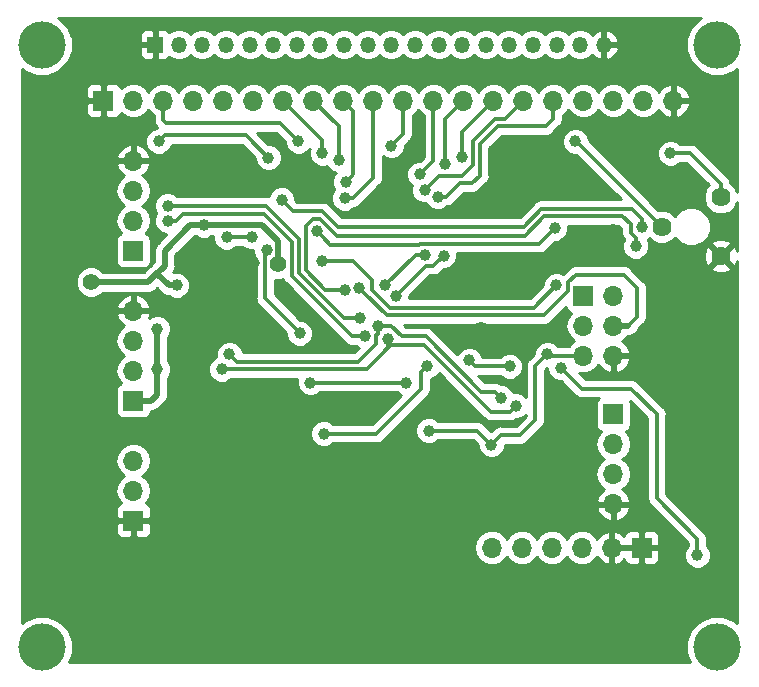
<source format=gbl>
G04 #@! TF.GenerationSoftware,KiCad,Pcbnew,(5.0.0)*
G04 #@! TF.CreationDate,2018-11-19T10:00:08+01:00*
G04 #@! TF.ProjectId,GrafikDisplay_K0108_V2,47726166696B446973706C61795F4B30,rev?*
G04 #@! TF.SameCoordinates,Original*
G04 #@! TF.FileFunction,Copper,L2,Bot,Signal*
G04 #@! TF.FilePolarity,Positive*
%FSLAX46Y46*%
G04 Gerber Fmt 4.6, Leading zero omitted, Abs format (unit mm)*
G04 Created by KiCad (PCBNEW (5.0.0)) date 11/19/18 10:00:08*
%MOMM*%
%LPD*%
G01*
G04 APERTURE LIST*
G04 #@! TA.AperFunction,ComponentPad*
%ADD10O,1.700000X1.700000*%
G04 #@! TD*
G04 #@! TA.AperFunction,ComponentPad*
%ADD11R,1.700000X1.700000*%
G04 #@! TD*
G04 #@! TA.AperFunction,WasherPad*
%ADD12C,4.000000*%
G04 #@! TD*
G04 #@! TA.AperFunction,ComponentPad*
%ADD13O,1.350000X1.350000*%
G04 #@! TD*
G04 #@! TA.AperFunction,ComponentPad*
%ADD14R,1.350000X1.350000*%
G04 #@! TD*
G04 #@! TA.AperFunction,ComponentPad*
%ADD15C,1.620000*%
G04 #@! TD*
G04 #@! TA.AperFunction,ViaPad*
%ADD16C,1.400000*%
G04 #@! TD*
G04 #@! TA.AperFunction,ViaPad*
%ADD17C,1.000000*%
G04 #@! TD*
G04 #@! TA.AperFunction,Conductor*
%ADD18C,0.350000*%
G04 #@! TD*
G04 #@! TA.AperFunction,Conductor*
%ADD19C,0.500000*%
G04 #@! TD*
G04 #@! TA.AperFunction,Conductor*
%ADD20C,0.254000*%
G04 #@! TD*
G04 APERTURE END LIST*
D10*
G04 #@! TO.P,X6,4*
G04 #@! TO.N,GND*
X150801100Y-85906600D03*
G04 #@! TO.P,X6,3*
G04 #@! TO.N,/A7*
X150801100Y-83366600D03*
G04 #@! TO.P,X6,2*
G04 #@! TO.N,/A6*
X150801100Y-80826600D03*
D11*
G04 #@! TO.P,X6,1*
G04 #@! TO.N,Net-(R15-Pad2)*
X150801100Y-78286600D03*
G04 #@! TD*
D10*
G04 #@! TO.P,X2,6*
G04 #@! TO.N,GND*
X150801100Y-73333600D03*
G04 #@! TO.P,X2,5*
G04 #@! TO.N,/RESET*
X148261100Y-73333600D03*
G04 #@! TO.P,X2,4*
G04 #@! TO.N,/D11*
X150801100Y-70793600D03*
G04 #@! TO.P,X2,3*
G04 #@! TO.N,/D13*
X148261100Y-70793600D03*
G04 #@! TO.P,X2,2*
G04 #@! TO.N,VCC*
X150801100Y-68253600D03*
D11*
G04 #@! TO.P,X2,1*
G04 #@! TO.N,/D12*
X148261100Y-68253600D03*
G04 #@! TD*
D10*
G04 #@! TO.P,X3a1,6*
G04 #@! TO.N,/DTR*
X140514100Y-89589600D03*
G04 #@! TO.P,X3a1,5*
G04 #@! TO.N,/D1*
X143054100Y-89589600D03*
G04 #@! TO.P,X3a1,4*
G04 #@! TO.N,/D0*
X145594100Y-89589600D03*
G04 #@! TO.P,X3a1,3*
G04 #@! TO.N,VCC*
X148134100Y-89589600D03*
G04 #@! TO.P,X3a1,2*
G04 #@! TO.N,GND*
X150674100Y-89589600D03*
D11*
G04 #@! TO.P,X3a1,1*
X153214100Y-89589600D03*
G04 #@! TD*
D12*
G04 #@! TO.P,X4,*
G04 #@! TO.N,*
X159601100Y-98003600D03*
X102401100Y-98003600D03*
X159601100Y-47003600D03*
X102401100Y-47003600D03*
G04 #@! TD*
D13*
G04 #@! TO.P,X4A1,20*
G04 #@! TO.N,GND*
X150001100Y-47003600D03*
G04 #@! TO.P,X4A1,19*
G04 #@! TO.N,Net-(R3-Pad2)*
X148001100Y-47003600D03*
G04 #@! TO.P,X4A1,18*
G04 #@! TO.N,/VEE*
X146001100Y-47003600D03*
G04 #@! TO.P,X4A1,17*
G04 #@! TO.N,Net-(JP5-Pad2)*
X144001100Y-47003600D03*
G04 #@! TO.P,X4A1,16*
G04 #@! TO.N,/A1*
X142001100Y-47003600D03*
G04 #@! TO.P,X4A1,15*
G04 #@! TO.N,/A0*
X140001100Y-47003600D03*
G04 #@! TO.P,X4A1,14*
G04 #@! TO.N,/D7*
X138001100Y-47003600D03*
G04 #@! TO.P,X4A1,13*
G04 #@! TO.N,/D6*
X136001100Y-47003600D03*
G04 #@! TO.P,X4A1,12*
G04 #@! TO.N,/D5*
X134001100Y-47003600D03*
G04 #@! TO.P,X4A1,11*
G04 #@! TO.N,/D4*
X132001100Y-47003600D03*
G04 #@! TO.P,X4A1,10*
G04 #@! TO.N,/D11*
X130001100Y-47003600D03*
G04 #@! TO.P,X4A1,9*
G04 #@! TO.N,/D10*
X128001100Y-47003600D03*
G04 #@! TO.P,X4A1,8*
G04 #@! TO.N,/D9*
X126001100Y-47003600D03*
G04 #@! TO.P,X4A1,7*
G04 #@! TO.N,/D8*
X124001100Y-47003600D03*
G04 #@! TO.P,X4A1,6*
G04 #@! TO.N,Net-(JP1-Pad2)*
X122001100Y-47003600D03*
G04 #@! TO.P,X4A1,5*
G04 #@! TO.N,Net-(JP4-Pad2)*
X120001100Y-47003600D03*
G04 #@! TO.P,X4A1,4*
G04 #@! TO.N,/A3*
X118001100Y-47003600D03*
G04 #@! TO.P,X4A1,3*
G04 #@! TO.N,/VO*
X116001100Y-47003600D03*
G04 #@! TO.P,X4A1,2*
G04 #@! TO.N,VCC*
X114001100Y-47003600D03*
D14*
G04 #@! TO.P,X4A1,1*
G04 #@! TO.N,GND*
X112001100Y-47003600D03*
G04 #@! TD*
D10*
G04 #@! TO.P,X4B1,20*
G04 #@! TO.N,GND*
X155881100Y-51743600D03*
G04 #@! TO.P,X4B1,19*
G04 #@! TO.N,Net-(R3-Pad2)*
X153341100Y-51743600D03*
G04 #@! TO.P,X4B1,18*
G04 #@! TO.N,/VEE*
X150801100Y-51743600D03*
G04 #@! TO.P,X4B1,17*
G04 #@! TO.N,Net-(JP5-Pad2)*
X148261100Y-51743600D03*
G04 #@! TO.P,X4B1,16*
G04 #@! TO.N,/A1*
X145721100Y-51743600D03*
G04 #@! TO.P,X4B1,15*
G04 #@! TO.N,/A0*
X143181100Y-51743600D03*
G04 #@! TO.P,X4B1,14*
G04 #@! TO.N,/D7*
X140641100Y-51743600D03*
G04 #@! TO.P,X4B1,13*
G04 #@! TO.N,/D6*
X138101100Y-51743600D03*
G04 #@! TO.P,X4B1,12*
G04 #@! TO.N,/D5*
X135561100Y-51743600D03*
G04 #@! TO.P,X4B1,11*
G04 #@! TO.N,/D4*
X133021100Y-51743600D03*
G04 #@! TO.P,X4B1,10*
G04 #@! TO.N,/D11*
X130481100Y-51743600D03*
G04 #@! TO.P,X4B1,9*
G04 #@! TO.N,/D10*
X127941100Y-51743600D03*
G04 #@! TO.P,X4B1,8*
G04 #@! TO.N,/D9*
X125401100Y-51743600D03*
G04 #@! TO.P,X4B1,7*
G04 #@! TO.N,/D8*
X122861100Y-51743600D03*
G04 #@! TO.P,X4B1,6*
G04 #@! TO.N,Net-(JP1-Pad2)*
X120321100Y-51743600D03*
G04 #@! TO.P,X4B1,5*
G04 #@! TO.N,Net-(JP4-Pad2)*
X117781100Y-51743600D03*
G04 #@! TO.P,X4B1,4*
G04 #@! TO.N,/A3*
X115241100Y-51743600D03*
G04 #@! TO.P,X4B1,3*
G04 #@! TO.N,/VO*
X112701100Y-51743600D03*
G04 #@! TO.P,X4B1,2*
G04 #@! TO.N,VCC*
X110161100Y-51743600D03*
D11*
G04 #@! TO.P,X4B1,1*
G04 #@! TO.N,GND*
X107621100Y-51743600D03*
G04 #@! TD*
D15*
G04 #@! TO.P,R2,1*
G04 #@! TO.N,Net-(JP3-Pad2)*
X159905100Y-59911600D03*
G04 #@! TO.P,R2,2*
G04 #@! TO.N,/VO*
X154905100Y-62411600D03*
G04 #@! TO.P,R2,3*
G04 #@! TO.N,GND*
X159905100Y-64911600D03*
G04 #@! TD*
D10*
G04 #@! TO.P,X3,4*
G04 #@! TO.N,GND*
X110161100Y-69523600D03*
G04 #@! TO.P,X3,3*
G04 #@! TO.N,Net-(Q4-Pad2)*
X110161100Y-72063600D03*
G04 #@! TO.P,X3,2*
G04 #@! TO.N,Net-(Q2-Pad2)*
X110161100Y-74603600D03*
D11*
G04 #@! TO.P,X3,1*
G04 #@! TO.N,+3V3*
X110161100Y-77143600D03*
G04 #@! TD*
D10*
G04 #@! TO.P,X5,4*
G04 #@! TO.N,GND*
X110161100Y-56823600D03*
G04 #@! TO.P,X5,3*
G04 #@! TO.N,/A4*
X110161100Y-59363600D03*
G04 #@! TO.P,X5,2*
G04 #@! TO.N,/A5*
X110161100Y-61903600D03*
D11*
G04 #@! TO.P,X5,1*
G04 #@! TO.N,+3V3*
X110161100Y-64443600D03*
G04 #@! TD*
D10*
G04 #@! TO.P,X1,3*
G04 #@! TO.N,/D3*
X110161100Y-82223600D03*
G04 #@! TO.P,X1,2*
G04 #@! TO.N,+12V*
X110161100Y-84763600D03*
D11*
G04 #@! TO.P,X1,1*
G04 #@! TO.N,GND*
X110161100Y-87303600D03*
G04 #@! TD*
D16*
G04 #@! TO.N,GND*
X135561100Y-82477600D03*
X130481100Y-86922600D03*
X120321100Y-86795600D03*
X115241100Y-82731600D03*
X139625100Y-71174600D03*
X142165100Y-58220600D03*
X121083100Y-81969600D03*
X121083100Y-83366600D03*
X124893100Y-88954600D03*
X129592100Y-82096600D03*
X129592100Y-83493600D03*
X121083100Y-84763600D03*
X129592100Y-84890600D03*
X129465100Y-77506610D03*
X102287100Y-92383600D03*
X142800100Y-71682600D03*
X142800100Y-66221600D03*
D17*
X156389100Y-94542600D03*
X120391057Y-65459600D03*
D16*
X150807885Y-62866390D03*
X137932650Y-66313000D03*
X116511100Y-56823600D03*
X116638100Y-78794600D03*
G04 #@! TO.N,VCC*
X106605100Y-67110600D03*
D17*
X116130100Y-62284600D03*
X113844100Y-67364600D03*
D16*
X122441068Y-65582111D03*
D17*
G04 #@! TO.N,/A5*
X129810090Y-71686951D03*
X113064036Y-61921664D03*
G04 #@! TO.N,/A4*
X121591100Y-56569600D03*
X112320100Y-55172600D03*
X129343053Y-70157881D03*
X113078335Y-60627801D03*
X113078335Y-60627801D03*
G04 #@! TO.N,/A1*
X135942100Y-59871600D03*
X132386100Y-68253600D03*
X136425032Y-64860610D03*
G04 #@! TO.N,/A0*
X134824055Y-59312578D03*
X131497100Y-67364600D03*
X134868314Y-64790396D03*
G04 #@! TO.N,/D13*
X126163100Y-65332600D03*
X145975100Y-67364600D03*
X157913100Y-90224600D03*
X146356100Y-74349600D03*
G04 #@! TO.N,/D12*
X145848100Y-62538600D03*
X125691110Y-62789935D03*
G04 #@! TO.N,/D11*
X129306223Y-67573608D03*
X128068100Y-59997579D03*
G04 #@! TO.N,/D10*
X128138945Y-58619593D03*
G04 #@! TO.N,/D9*
X127560100Y-56732600D03*
G04 #@! TO.N,/D8*
X126163100Y-56188600D03*
G04 #@! TO.N,/D7*
X137973079Y-56478610D03*
G04 #@! TO.N,/D6*
X136577100Y-57078621D03*
G04 #@! TO.N,/D5*
X134418100Y-57966600D03*
G04 #@! TO.N,/D4*
X138609100Y-73714600D03*
X142038100Y-74222600D03*
X132005100Y-55553600D03*
G04 #@! TO.N,/D3*
X126290100Y-79937600D03*
X135053100Y-74222600D03*
G04 #@! TO.N,/D2*
X133275100Y-75619600D03*
X120187871Y-63284610D03*
X125147100Y-75619600D03*
X118071110Y-63300600D03*
G04 #@! TO.N,/D1*
X130862100Y-70793600D03*
X141276100Y-76889600D03*
X118289100Y-73206600D03*
G04 #@! TO.N,/D0*
X131751100Y-71936600D03*
X117654100Y-74476600D03*
X142535541Y-77565279D03*
G04 #@! TO.N,/RESET*
X135180100Y-79683600D03*
X140467006Y-80888558D03*
X145213100Y-73206600D03*
G04 #@! TO.N,/VO*
X124131100Y-55172600D03*
X147590090Y-55176476D03*
G04 #@! TO.N,Net-(JP3-Pad2)*
X155627100Y-56188600D03*
G04 #@! TO.N,+3V3*
X112193100Y-71047600D03*
X112193100Y-74476600D03*
G04 #@! TO.N,/A6*
X128068100Y-67745600D03*
X152706100Y-64062600D03*
G04 #@! TO.N,/A7*
X124258100Y-71428600D03*
X153191211Y-62467799D03*
X121441058Y-64420187D03*
X122734100Y-60125600D03*
G04 #@! TD*
D18*
G04 #@! TO.N,GND*
X144070100Y-56315600D02*
X142165100Y-58220600D01*
X144197100Y-56315600D02*
X144070100Y-56315600D01*
X138024050Y-66221600D02*
X137932650Y-66313000D01*
X142800100Y-66221600D02*
X138024050Y-66221600D01*
D19*
G04 #@! TO.N,VCC*
X112828100Y-64443600D02*
X114987100Y-62284600D01*
X112828100Y-64443600D02*
X112828100Y-65713600D01*
X111431100Y-67110600D02*
X106605100Y-67110600D01*
X114987100Y-62284600D02*
X116130100Y-62284600D01*
X112193100Y-66348600D02*
X111431100Y-67110600D01*
X122441068Y-63642568D02*
X122441068Y-65582111D01*
X116130100Y-62284600D02*
X121083100Y-62284600D01*
X121083100Y-62284600D02*
X122441068Y-63642568D01*
X112828100Y-65713600D02*
X112574100Y-65967600D01*
X112574100Y-65967600D02*
X112193100Y-66348600D01*
X112193100Y-66420706D02*
X112193100Y-66348600D01*
X113136994Y-67364600D02*
X112193100Y-66420706D01*
X113844100Y-67364600D02*
X113136994Y-67364600D01*
D18*
G04 #@! TO.N,/A5*
X129810090Y-71686951D02*
X128661366Y-71686951D01*
X114333208Y-61359598D02*
X113771142Y-61921664D01*
X113771142Y-61921664D02*
X113064036Y-61921664D01*
X123566078Y-63685969D02*
X121239707Y-61359598D01*
X121239707Y-61359598D02*
X114333208Y-61359598D01*
X123566078Y-66591663D02*
X123566078Y-63685969D01*
X128661366Y-71686951D02*
X123566078Y-66591663D01*
G04 #@! TO.N,/A4*
X112320100Y-55172600D02*
X112820099Y-54672601D01*
X112820099Y-54672601D02*
X119694101Y-54672601D01*
X119694101Y-54672601D02*
X119940100Y-54918600D01*
X121591100Y-56569600D02*
X119940100Y-54918600D01*
X124166091Y-66343133D02*
X124166091Y-63437439D01*
X127980839Y-70157881D02*
X124166091Y-66343133D01*
X121356453Y-60627801D02*
X113785441Y-60627801D01*
X113785441Y-60627801D02*
X113078335Y-60627801D01*
X129343053Y-70157881D02*
X127980839Y-70157881D01*
X124166091Y-63437439D02*
X121356453Y-60627801D01*
G04 #@! TO.N,/A1*
X136649206Y-59871600D02*
X135942100Y-59871600D01*
X139498100Y-55426600D02*
X139498100Y-58093600D01*
X141022100Y-53902600D02*
X139498100Y-55426600D01*
X145721100Y-51743600D02*
X145721100Y-53267600D01*
X138863100Y-58728600D02*
X137792206Y-58728600D01*
X145086100Y-53902600D02*
X141022100Y-53902600D01*
X137792206Y-58728600D02*
X136649206Y-59871600D01*
X145721100Y-53267600D02*
X145086100Y-53902600D01*
X139498100Y-58093600D02*
X138863100Y-58728600D01*
X135925033Y-65360609D02*
X136425032Y-64860610D01*
X135572042Y-65713600D02*
X135925033Y-65360609D01*
X134926100Y-65713600D02*
X132386100Y-68253600D01*
X135572042Y-65713600D02*
X134926100Y-65713600D01*
G04 #@! TO.N,/A0*
X136008044Y-58128589D02*
X135324054Y-58812579D01*
X140773568Y-53302589D02*
X138898089Y-55178068D01*
X137998192Y-58128589D02*
X136008044Y-58128589D01*
X138898089Y-57228692D02*
X137998192Y-58128589D01*
X135324054Y-58812579D02*
X134824055Y-59312578D01*
X138898089Y-55178068D02*
X138898089Y-57228692D01*
X141622111Y-53302589D02*
X140773568Y-53302589D01*
X143181100Y-51743600D02*
X141622111Y-53302589D01*
X134071304Y-64790396D02*
X131497100Y-67364600D01*
X134868314Y-64790396D02*
X134071304Y-64790396D01*
G04 #@! TO.N,/D13*
X126163100Y-65332600D02*
X128766807Y-65332600D01*
X157913100Y-88827600D02*
X157913100Y-90224600D01*
X154489101Y-85403601D02*
X157913100Y-88827600D01*
X148134100Y-76127600D02*
X152325100Y-76127600D01*
X146356100Y-74349600D02*
X148134100Y-76127600D01*
X152325100Y-76127600D02*
X154489101Y-78291601D01*
X154489101Y-78291601D02*
X154489101Y-85403601D01*
X130354100Y-66919893D02*
X130354100Y-67745600D01*
X128766807Y-65332600D02*
X130354100Y-66919893D01*
X130354100Y-67745600D02*
X131878100Y-69269600D01*
X144070100Y-69269600D02*
X145975100Y-67364600D01*
X131878100Y-69269600D02*
X144070100Y-69269600D01*
G04 #@! TO.N,/D12*
X126836775Y-63935600D02*
X126191109Y-63289934D01*
X126191109Y-63289934D02*
X125691110Y-62789935D01*
X134424313Y-63865395D02*
X134354108Y-63935600D01*
X144521305Y-63865395D02*
X134424313Y-63865395D01*
X134354108Y-63935600D02*
X126836775Y-63935600D01*
X145848100Y-62538600D02*
X144521305Y-63865395D01*
D19*
G04 #@! TO.N,/D11*
X152071100Y-70793600D02*
X152076101Y-70788599D01*
X150801100Y-70793600D02*
X152071100Y-70793600D01*
D18*
X147626100Y-66475600D02*
X146986099Y-67115601D01*
X146986099Y-67887506D02*
X144959100Y-69914505D01*
X131647120Y-69914505D02*
X129806222Y-68073607D01*
X152076101Y-70788599D02*
X152833100Y-70031600D01*
X146986099Y-67115601D02*
X146986099Y-67887506D01*
X151690100Y-66475600D02*
X147626100Y-66475600D01*
X144959100Y-69914505D02*
X131647120Y-69914505D01*
X152833100Y-67618600D02*
X151690100Y-66475600D01*
X129806222Y-68073607D02*
X129306223Y-67573608D01*
X152833100Y-70031600D02*
X152833100Y-67618600D01*
X128775206Y-59997579D02*
X128068100Y-59997579D01*
X130481100Y-51743600D02*
X130481100Y-58291685D01*
X130481100Y-58291685D02*
X128775206Y-59997579D01*
G04 #@! TO.N,/D10*
X127941100Y-51743600D02*
X128791099Y-52593599D01*
X128791099Y-52593599D02*
X128791099Y-57967439D01*
X128638944Y-58119594D02*
X128138945Y-58619593D01*
X128791099Y-57967439D02*
X128638944Y-58119594D01*
G04 #@! TO.N,/D9*
X127560100Y-53902600D02*
X125401100Y-51743600D01*
X127560100Y-56732600D02*
X127560100Y-53902600D01*
G04 #@! TO.N,/D8*
X126163100Y-55045600D02*
X122861100Y-51743600D01*
X126163100Y-56188600D02*
X126163100Y-55045600D01*
G04 #@! TO.N,/D7*
X137973079Y-55771504D02*
X137973079Y-56478610D01*
X140641100Y-51743600D02*
X137973079Y-54411621D01*
X137973079Y-54411621D02*
X137973079Y-55771504D01*
G04 #@! TO.N,/D6*
X136577100Y-53267600D02*
X136577100Y-56371515D01*
X136577100Y-56371515D02*
X136577100Y-57078621D01*
X138101100Y-51743600D02*
X136577100Y-53267600D01*
G04 #@! TO.N,/D5*
X135561100Y-56823600D02*
X135561100Y-51743600D01*
X134418100Y-57966600D02*
X135561100Y-56823600D01*
G04 #@! TO.N,/D4*
X138609100Y-73714600D02*
X139117100Y-74222600D01*
X139117100Y-74222600D02*
X142038100Y-74222600D01*
X133021100Y-54537600D02*
X133021100Y-51743600D01*
X132005100Y-55553600D02*
X133021100Y-54537600D01*
G04 #@! TO.N,/D3*
X130735100Y-79937600D02*
X126290100Y-79937600D01*
X134553101Y-74722599D02*
X134553101Y-76119599D01*
X134553101Y-76119599D02*
X130735100Y-79937600D01*
X135053100Y-74222600D02*
X134553101Y-74722599D01*
G04 #@! TO.N,/D2*
X125854206Y-75619600D02*
X133275100Y-75619600D01*
X125147100Y-75619600D02*
X125854206Y-75619600D01*
X118087100Y-63284610D02*
X118071110Y-63300600D01*
X120187871Y-63284610D02*
X118087100Y-63284610D01*
G04 #@! TO.N,/D1*
X131977102Y-70793600D02*
X130862100Y-70793600D01*
X132894100Y-71710598D02*
X131977102Y-70793600D01*
X134913640Y-71710598D02*
X132894100Y-71710598D01*
X139592643Y-76389601D02*
X134913640Y-71710598D01*
X140776101Y-76389601D02*
X139592643Y-76389601D01*
X141276100Y-76889600D02*
X140776101Y-76389601D01*
X118924100Y-73841600D02*
X118289100Y-73206600D01*
X129211100Y-73841600D02*
X118924100Y-73841600D01*
X130735100Y-72317600D02*
X129211100Y-73841600D01*
X130862100Y-71500706D02*
X130735100Y-71627706D01*
X130735100Y-71627706D02*
X130735100Y-72317600D01*
X130862100Y-70793600D02*
X130862100Y-71500706D01*
G04 #@! TO.N,/D0*
X131751100Y-72643706D02*
X131751100Y-71936600D01*
X118924100Y-74476600D02*
X117654100Y-74476600D01*
X118924100Y-74476600D02*
X129918206Y-74476600D01*
X140419778Y-78065278D02*
X142035542Y-78065278D01*
X134791099Y-72436599D02*
X140419778Y-78065278D01*
X142035542Y-78065278D02*
X142535541Y-77565279D01*
X132767100Y-72436599D02*
X134791099Y-72436599D01*
X129918206Y-74476600D02*
X131370100Y-73024706D01*
X131958207Y-72436599D02*
X132767100Y-72436599D01*
X131370100Y-73024706D02*
X131958207Y-72436599D01*
X131370100Y-73024706D02*
X131751100Y-72643706D01*
G04 #@! TO.N,/RESET*
X139967007Y-80388559D02*
X140467006Y-80888558D01*
X139262048Y-79683600D02*
X139967007Y-80388559D01*
X135180100Y-79683600D02*
X139262048Y-79683600D01*
X145340100Y-73333600D02*
X145213100Y-73206600D01*
X148261100Y-73333600D02*
X145340100Y-73333600D01*
X144197100Y-74222600D02*
X145213100Y-73206600D01*
X144197100Y-78794600D02*
X144197100Y-74222600D01*
X142927100Y-80064600D02*
X144197100Y-78794600D01*
X141290964Y-80064600D02*
X142927100Y-80064600D01*
X140467006Y-80888558D02*
X141290964Y-80064600D01*
G04 #@! TO.N,/VO*
X147669976Y-55176476D02*
X147590090Y-55176476D01*
X154905100Y-62411600D02*
X147669976Y-55176476D01*
X112706101Y-53018601D02*
X112706101Y-53399601D01*
X112701100Y-53013600D02*
X112706101Y-53018601D01*
X112701100Y-51743600D02*
X112701100Y-53013600D01*
X122607100Y-53648600D02*
X124131100Y-55172600D01*
X112955100Y-53648600D02*
X122607100Y-53648600D01*
X112706101Y-53399601D02*
X112955100Y-53648600D01*
G04 #@! TO.N,Net-(JP3-Pad2)*
X156334206Y-56188600D02*
X155627100Y-56188600D01*
X157327612Y-56188600D02*
X156334206Y-56188600D01*
X159905100Y-58766088D02*
X157327612Y-56188600D01*
X159905100Y-59911600D02*
X159905100Y-58766088D01*
D19*
G04 #@! TO.N,+3V3*
X111685100Y-77143600D02*
X110161100Y-77143600D01*
X112193100Y-76635600D02*
X111685100Y-77143600D01*
X112193100Y-71047600D02*
X112193100Y-74476600D01*
X112193100Y-74476600D02*
X112193100Y-76635600D01*
D18*
G04 #@! TO.N,/A6*
X152266210Y-62225710D02*
X151563100Y-61522600D01*
X143308100Y-63173600D02*
X127382925Y-63173600D01*
X144959100Y-61522600D02*
X143308100Y-63173600D01*
X125956615Y-61747290D02*
X125339583Y-61747290D01*
X127360994Y-67745600D02*
X128068100Y-67745600D01*
X151563100Y-61522600D02*
X144959100Y-61522600D01*
X126417100Y-67745600D02*
X127360994Y-67745600D01*
X124766100Y-66094600D02*
X126417100Y-67745600D01*
X124766100Y-62320773D02*
X124766100Y-66094600D01*
X125339583Y-61747290D02*
X124766100Y-62320773D01*
X127382925Y-63173600D02*
X125956615Y-61747290D01*
X152266210Y-62911800D02*
X152266210Y-62225710D01*
X152706100Y-63351690D02*
X152266210Y-62911800D01*
X152706100Y-64062600D02*
X152706100Y-63351690D01*
G04 #@! TO.N,/A7*
X127469467Y-62411600D02*
X126163100Y-61105233D01*
X143216089Y-62411600D02*
X127469467Y-62411600D01*
X144705100Y-60922589D02*
X143216089Y-62411600D01*
X153191211Y-61760693D02*
X152353107Y-60922589D01*
X153191211Y-62467799D02*
X153191211Y-61760693D01*
X152353107Y-60922589D02*
X144705100Y-60922589D01*
X121316067Y-64545178D02*
X121441058Y-64420187D01*
X121316067Y-68486567D02*
X121316067Y-64545178D01*
X124258100Y-71428600D02*
X121316067Y-68486567D01*
X123713733Y-61105233D02*
X122734100Y-60125600D01*
X125528100Y-61105233D02*
X123713733Y-61105233D01*
X126163100Y-61105233D02*
X125528100Y-61105233D01*
G04 #@! TD*
D20*
G04 #@! TO.N,GND*
G36*
X158108492Y-44769755D02*
X157367255Y-45510992D01*
X156966100Y-46479466D01*
X156966100Y-47527734D01*
X157367255Y-48496208D01*
X158108492Y-49237445D01*
X159076966Y-49638600D01*
X160125234Y-49638600D01*
X161093708Y-49237445D01*
X161291101Y-49040052D01*
X161291101Y-59481735D01*
X161130112Y-59093073D01*
X160723627Y-58686588D01*
X160714394Y-58682763D01*
X160668103Y-58450042D01*
X160489077Y-58182111D01*
X160421447Y-58136922D01*
X157956780Y-55672256D01*
X157911589Y-55604623D01*
X157643658Y-55425597D01*
X157407386Y-55378600D01*
X157407385Y-55378600D01*
X157327612Y-55362732D01*
X157247839Y-55378600D01*
X156422233Y-55378600D01*
X156270026Y-55226393D01*
X155852866Y-55053600D01*
X155401334Y-55053600D01*
X154984174Y-55226393D01*
X154664893Y-55545674D01*
X154492100Y-55962834D01*
X154492100Y-56414366D01*
X154664893Y-56831526D01*
X154984174Y-57150807D01*
X155401334Y-57323600D01*
X155852866Y-57323600D01*
X156270026Y-57150807D01*
X156422233Y-56998600D01*
X156992100Y-56998600D01*
X158883330Y-58889831D01*
X158680088Y-59093073D01*
X158460100Y-59624172D01*
X158460100Y-60199028D01*
X158680088Y-60730127D01*
X159086573Y-61136612D01*
X159617672Y-61356600D01*
X160192528Y-61356600D01*
X160723627Y-61136612D01*
X161130112Y-60730127D01*
X161291101Y-60341465D01*
X161291101Y-64450596D01*
X161167244Y-64151580D01*
X160920088Y-64076217D01*
X160084705Y-64911600D01*
X160920088Y-65746983D01*
X161167244Y-65671620D01*
X161291101Y-65327688D01*
X161291100Y-95967147D01*
X161093708Y-95769755D01*
X160125234Y-95368600D01*
X159076966Y-95368600D01*
X158108492Y-95769755D01*
X157367255Y-96510992D01*
X156966100Y-97479466D01*
X156966100Y-98527734D01*
X157283332Y-99293600D01*
X104718868Y-99293600D01*
X105036100Y-98527734D01*
X105036100Y-97479466D01*
X104634945Y-96510992D01*
X103893708Y-95769755D01*
X102925234Y-95368600D01*
X101876966Y-95368600D01*
X100908492Y-95769755D01*
X100711100Y-95967147D01*
X100711100Y-89589600D01*
X139000008Y-89589600D01*
X139115261Y-90169018D01*
X139443475Y-90660225D01*
X139934682Y-90988439D01*
X140367844Y-91074600D01*
X140660356Y-91074600D01*
X141093518Y-90988439D01*
X141584725Y-90660225D01*
X141784100Y-90361839D01*
X141983475Y-90660225D01*
X142474682Y-90988439D01*
X142907844Y-91074600D01*
X143200356Y-91074600D01*
X143633518Y-90988439D01*
X144124725Y-90660225D01*
X144324100Y-90361839D01*
X144523475Y-90660225D01*
X145014682Y-90988439D01*
X145447844Y-91074600D01*
X145740356Y-91074600D01*
X146173518Y-90988439D01*
X146664725Y-90660225D01*
X146864100Y-90361839D01*
X147063475Y-90660225D01*
X147554682Y-90988439D01*
X147987844Y-91074600D01*
X148280356Y-91074600D01*
X148713518Y-90988439D01*
X149204725Y-90660225D01*
X149417943Y-90341122D01*
X149478917Y-90470958D01*
X149907176Y-90861245D01*
X150317210Y-91031076D01*
X150547100Y-90909755D01*
X150547100Y-89716600D01*
X150801100Y-89716600D01*
X150801100Y-90909755D01*
X151030990Y-91031076D01*
X151441024Y-90861245D01*
X151738964Y-90589722D01*
X151825773Y-90799298D01*
X152004401Y-90977927D01*
X152237790Y-91074600D01*
X152928350Y-91074600D01*
X153087100Y-90915850D01*
X153087100Y-89716600D01*
X153341100Y-89716600D01*
X153341100Y-90915850D01*
X153499850Y-91074600D01*
X154190410Y-91074600D01*
X154423799Y-90977927D01*
X154602427Y-90799298D01*
X154699100Y-90565909D01*
X154699100Y-89875350D01*
X154540350Y-89716600D01*
X153341100Y-89716600D01*
X153087100Y-89716600D01*
X150801100Y-89716600D01*
X150547100Y-89716600D01*
X150527100Y-89716600D01*
X150527100Y-89462600D01*
X150547100Y-89462600D01*
X150547100Y-88269445D01*
X150801100Y-88269445D01*
X150801100Y-89462600D01*
X153087100Y-89462600D01*
X153087100Y-88263350D01*
X153341100Y-88263350D01*
X153341100Y-89462600D01*
X154540350Y-89462600D01*
X154699100Y-89303850D01*
X154699100Y-88613291D01*
X154602427Y-88379902D01*
X154423799Y-88201273D01*
X154190410Y-88104600D01*
X153499850Y-88104600D01*
X153341100Y-88263350D01*
X153087100Y-88263350D01*
X152928350Y-88104600D01*
X152237790Y-88104600D01*
X152004401Y-88201273D01*
X151825773Y-88379902D01*
X151738964Y-88589478D01*
X151441024Y-88317955D01*
X151030990Y-88148124D01*
X150801100Y-88269445D01*
X150547100Y-88269445D01*
X150317210Y-88148124D01*
X149907176Y-88317955D01*
X149478917Y-88708242D01*
X149417943Y-88838078D01*
X149204725Y-88518975D01*
X148713518Y-88190761D01*
X148280356Y-88104600D01*
X147987844Y-88104600D01*
X147554682Y-88190761D01*
X147063475Y-88518975D01*
X146864100Y-88817361D01*
X146664725Y-88518975D01*
X146173518Y-88190761D01*
X145740356Y-88104600D01*
X145447844Y-88104600D01*
X145014682Y-88190761D01*
X144523475Y-88518975D01*
X144324100Y-88817361D01*
X144124725Y-88518975D01*
X143633518Y-88190761D01*
X143200356Y-88104600D01*
X142907844Y-88104600D01*
X142474682Y-88190761D01*
X141983475Y-88518975D01*
X141784100Y-88817361D01*
X141584725Y-88518975D01*
X141093518Y-88190761D01*
X140660356Y-88104600D01*
X140367844Y-88104600D01*
X139934682Y-88190761D01*
X139443475Y-88518975D01*
X139115261Y-89010182D01*
X139000008Y-89589600D01*
X100711100Y-89589600D01*
X100711100Y-87589350D01*
X108676100Y-87589350D01*
X108676100Y-88279910D01*
X108772773Y-88513299D01*
X108951402Y-88691927D01*
X109184791Y-88788600D01*
X109875350Y-88788600D01*
X110034100Y-88629850D01*
X110034100Y-87430600D01*
X110288100Y-87430600D01*
X110288100Y-88629850D01*
X110446850Y-88788600D01*
X111137409Y-88788600D01*
X111370798Y-88691927D01*
X111549427Y-88513299D01*
X111646100Y-88279910D01*
X111646100Y-87589350D01*
X111487350Y-87430600D01*
X110288100Y-87430600D01*
X110034100Y-87430600D01*
X108834850Y-87430600D01*
X108676100Y-87589350D01*
X100711100Y-87589350D01*
X100711100Y-82223600D01*
X108647008Y-82223600D01*
X108762261Y-82803018D01*
X109090475Y-83294225D01*
X109388861Y-83493600D01*
X109090475Y-83692975D01*
X108762261Y-84184182D01*
X108647008Y-84763600D01*
X108762261Y-85343018D01*
X109090475Y-85834225D01*
X109112133Y-85848696D01*
X108951402Y-85915273D01*
X108772773Y-86093901D01*
X108676100Y-86327290D01*
X108676100Y-87017850D01*
X108834850Y-87176600D01*
X110034100Y-87176600D01*
X110034100Y-87156600D01*
X110288100Y-87156600D01*
X110288100Y-87176600D01*
X111487350Y-87176600D01*
X111646100Y-87017850D01*
X111646100Y-86327290D01*
X111619674Y-86263490D01*
X149359624Y-86263490D01*
X149529455Y-86673524D01*
X149919742Y-87101783D01*
X150444208Y-87348086D01*
X150674100Y-87227419D01*
X150674100Y-86033600D01*
X150928100Y-86033600D01*
X150928100Y-87227419D01*
X151157992Y-87348086D01*
X151682458Y-87101783D01*
X152072745Y-86673524D01*
X152242576Y-86263490D01*
X152121255Y-86033600D01*
X150928100Y-86033600D01*
X150674100Y-86033600D01*
X149480945Y-86033600D01*
X149359624Y-86263490D01*
X111619674Y-86263490D01*
X111549427Y-86093901D01*
X111370798Y-85915273D01*
X111210067Y-85848696D01*
X111231725Y-85834225D01*
X111559939Y-85343018D01*
X111675192Y-84763600D01*
X111559939Y-84184182D01*
X111231725Y-83692975D01*
X110933339Y-83493600D01*
X111231725Y-83294225D01*
X111559939Y-82803018D01*
X111675192Y-82223600D01*
X111559939Y-81644182D01*
X111231725Y-81152975D01*
X110740518Y-80824761D01*
X110307356Y-80738600D01*
X110014844Y-80738600D01*
X109581682Y-80824761D01*
X109090475Y-81152975D01*
X108762261Y-81644182D01*
X108647008Y-82223600D01*
X100711100Y-82223600D01*
X100711100Y-72063600D01*
X108647008Y-72063600D01*
X108762261Y-72643018D01*
X109090475Y-73134225D01*
X109388861Y-73333600D01*
X109090475Y-73532975D01*
X108762261Y-74024182D01*
X108647008Y-74603600D01*
X108762261Y-75183018D01*
X109090475Y-75674225D01*
X109108719Y-75686416D01*
X109063335Y-75695443D01*
X108853291Y-75835791D01*
X108712943Y-76045835D01*
X108663660Y-76293600D01*
X108663660Y-77993600D01*
X108712943Y-78241365D01*
X108853291Y-78451409D01*
X109063335Y-78591757D01*
X109311100Y-78641040D01*
X111011100Y-78641040D01*
X111258865Y-78591757D01*
X111468909Y-78451409D01*
X111609257Y-78241365D01*
X111649537Y-78038863D01*
X111685100Y-78045937D01*
X111772261Y-78028600D01*
X111772265Y-78028600D01*
X112030410Y-77977252D01*
X112323149Y-77781649D01*
X112372525Y-77707753D01*
X112757253Y-77323025D01*
X112831149Y-77273649D01*
X113026752Y-76980910D01*
X113078100Y-76722765D01*
X113078100Y-76722761D01*
X113095437Y-76635601D01*
X113078100Y-76548441D01*
X113078100Y-75196733D01*
X113155307Y-75119526D01*
X113328100Y-74702366D01*
X113328100Y-74250834D01*
X113155307Y-73833674D01*
X113078100Y-73756467D01*
X113078100Y-71767733D01*
X113155307Y-71690526D01*
X113328100Y-71273366D01*
X113328100Y-70821834D01*
X113155307Y-70404674D01*
X112836026Y-70085393D01*
X112418866Y-69912600D01*
X111967334Y-69912600D01*
X111550174Y-70085393D01*
X111494753Y-70140814D01*
X111602576Y-69880490D01*
X111481255Y-69650600D01*
X110288100Y-69650600D01*
X110288100Y-69670600D01*
X110034100Y-69670600D01*
X110034100Y-69650600D01*
X108840945Y-69650600D01*
X108719624Y-69880490D01*
X108889455Y-70290524D01*
X109279742Y-70718783D01*
X109409578Y-70779757D01*
X109090475Y-70992975D01*
X108762261Y-71484182D01*
X108647008Y-72063600D01*
X100711100Y-72063600D01*
X100711100Y-69166710D01*
X108719624Y-69166710D01*
X108840945Y-69396600D01*
X110034100Y-69396600D01*
X110034100Y-68202781D01*
X110288100Y-68202781D01*
X110288100Y-69396600D01*
X111481255Y-69396600D01*
X111602576Y-69166710D01*
X111432745Y-68756676D01*
X111042458Y-68328417D01*
X110517992Y-68082114D01*
X110288100Y-68202781D01*
X110034100Y-68202781D01*
X109804208Y-68082114D01*
X109279742Y-68328417D01*
X108889455Y-68756676D01*
X108719624Y-69166710D01*
X100711100Y-69166710D01*
X100711100Y-66845052D01*
X105270100Y-66845052D01*
X105270100Y-67376148D01*
X105473342Y-67866817D01*
X105848883Y-68242358D01*
X106339552Y-68445600D01*
X106870648Y-68445600D01*
X107361317Y-68242358D01*
X107608075Y-67995600D01*
X111343939Y-67995600D01*
X111431100Y-68012937D01*
X111518261Y-67995600D01*
X111518265Y-67995600D01*
X111776410Y-67944252D01*
X112069149Y-67748649D01*
X112118525Y-67674753D01*
X112157047Y-67636231D01*
X112449571Y-67928756D01*
X112498945Y-68002649D01*
X112572838Y-68052023D01*
X112572839Y-68052024D01*
X112617872Y-68082114D01*
X112791684Y-68198252D01*
X113049829Y-68249600D01*
X113049833Y-68249600D01*
X113136994Y-68266937D01*
X113140589Y-68266222D01*
X113201174Y-68326807D01*
X113618334Y-68499600D01*
X114069866Y-68499600D01*
X114487026Y-68326807D01*
X114806307Y-68007526D01*
X114979100Y-67590366D01*
X114979100Y-67138834D01*
X114806307Y-66721674D01*
X114487026Y-66402393D01*
X114069866Y-66229600D01*
X113618334Y-66229600D01*
X113520669Y-66270054D01*
X113661752Y-66058910D01*
X113713100Y-65800765D01*
X113713100Y-65800760D01*
X113730437Y-65713601D01*
X113713100Y-65626441D01*
X113713100Y-64810178D01*
X115353679Y-63169600D01*
X115409967Y-63169600D01*
X115487174Y-63246807D01*
X115904334Y-63419600D01*
X116355866Y-63419600D01*
X116773026Y-63246807D01*
X116850233Y-63169600D01*
X116936110Y-63169600D01*
X116936110Y-63526366D01*
X117108903Y-63943526D01*
X117428184Y-64262807D01*
X117845344Y-64435600D01*
X118296876Y-64435600D01*
X118714036Y-64262807D01*
X118882233Y-64094610D01*
X119392738Y-64094610D01*
X119544945Y-64246817D01*
X119962105Y-64419610D01*
X120306058Y-64419610D01*
X120306058Y-64645953D01*
X120478851Y-65063113D01*
X120506068Y-65090330D01*
X120506067Y-68406794D01*
X120490199Y-68486567D01*
X120506067Y-68566340D01*
X120553064Y-68802612D01*
X120732090Y-69070544D01*
X120799723Y-69115735D01*
X123123100Y-71439113D01*
X123123100Y-71654366D01*
X123295893Y-72071526D01*
X123615174Y-72390807D01*
X124032334Y-72563600D01*
X124483866Y-72563600D01*
X124901026Y-72390807D01*
X125220307Y-72071526D01*
X125393100Y-71654366D01*
X125393100Y-71202834D01*
X125220307Y-70785674D01*
X124901026Y-70466393D01*
X124483866Y-70293600D01*
X124268613Y-70293600D01*
X122126067Y-68151055D01*
X122126067Y-66896627D01*
X122175520Y-66917111D01*
X122706616Y-66917111D01*
X122797461Y-66879482D01*
X122803075Y-66907708D01*
X122982101Y-67175640D01*
X123049734Y-67220831D01*
X128032200Y-72203298D01*
X128077389Y-72270928D01*
X128345320Y-72449954D01*
X128581592Y-72496951D01*
X128581596Y-72496951D01*
X128661365Y-72512818D01*
X128741135Y-72496951D01*
X129014957Y-72496951D01*
X129167164Y-72649158D01*
X129231416Y-72675772D01*
X128875588Y-73031600D01*
X119424100Y-73031600D01*
X119424100Y-72980834D01*
X119251307Y-72563674D01*
X118932026Y-72244393D01*
X118514866Y-72071600D01*
X118063334Y-72071600D01*
X117646174Y-72244393D01*
X117326893Y-72563674D01*
X117154100Y-72980834D01*
X117154100Y-73432366D01*
X117162170Y-73451849D01*
X117011174Y-73514393D01*
X116691893Y-73833674D01*
X116519100Y-74250834D01*
X116519100Y-74702366D01*
X116691893Y-75119526D01*
X117011174Y-75438807D01*
X117428334Y-75611600D01*
X117879866Y-75611600D01*
X118297026Y-75438807D01*
X118449233Y-75286600D01*
X124056518Y-75286600D01*
X124012100Y-75393834D01*
X124012100Y-75845366D01*
X124184893Y-76262526D01*
X124504174Y-76581807D01*
X124921334Y-76754600D01*
X125372866Y-76754600D01*
X125790026Y-76581807D01*
X125942233Y-76429600D01*
X132479967Y-76429600D01*
X132632174Y-76581807D01*
X132853644Y-76673543D01*
X130399588Y-79127600D01*
X127085233Y-79127600D01*
X126933026Y-78975393D01*
X126515866Y-78802600D01*
X126064334Y-78802600D01*
X125647174Y-78975393D01*
X125327893Y-79294674D01*
X125155100Y-79711834D01*
X125155100Y-80163366D01*
X125327893Y-80580526D01*
X125647174Y-80899807D01*
X126064334Y-81072600D01*
X126515866Y-81072600D01*
X126933026Y-80899807D01*
X127085233Y-80747600D01*
X130655327Y-80747600D01*
X130735100Y-80763468D01*
X130814873Y-80747600D01*
X130814874Y-80747600D01*
X131051146Y-80700603D01*
X131319077Y-80521577D01*
X131364268Y-80453944D01*
X135069448Y-76748765D01*
X135137078Y-76703576D01*
X135224774Y-76572329D01*
X135316104Y-76435646D01*
X135378969Y-76119599D01*
X135363101Y-76039825D01*
X135363101Y-75322709D01*
X135696026Y-75184807D01*
X136015307Y-74865526D01*
X136032648Y-74823661D01*
X139790612Y-78581625D01*
X139835801Y-78649255D01*
X140103732Y-78828281D01*
X140340004Y-78875278D01*
X140419777Y-78891146D01*
X140499550Y-78875278D01*
X141955769Y-78875278D01*
X142035542Y-78891146D01*
X142115315Y-78875278D01*
X142115316Y-78875278D01*
X142351588Y-78828281D01*
X142543156Y-78700279D01*
X142761307Y-78700279D01*
X143178467Y-78527486D01*
X143387100Y-78318853D01*
X143387100Y-78459087D01*
X142591588Y-79254600D01*
X141370738Y-79254600D01*
X141290964Y-79238732D01*
X140974917Y-79301597D01*
X140859709Y-79378577D01*
X140706987Y-79480623D01*
X140661798Y-79548253D01*
X140467006Y-79743045D01*
X139891216Y-79167256D01*
X139846025Y-79099623D01*
X139578094Y-78920597D01*
X139341822Y-78873600D01*
X139341821Y-78873600D01*
X139262048Y-78857732D01*
X139182275Y-78873600D01*
X135975233Y-78873600D01*
X135823026Y-78721393D01*
X135405866Y-78548600D01*
X134954334Y-78548600D01*
X134537174Y-78721393D01*
X134217893Y-79040674D01*
X134045100Y-79457834D01*
X134045100Y-79909366D01*
X134217893Y-80326526D01*
X134537174Y-80645807D01*
X134954334Y-80818600D01*
X135405866Y-80818600D01*
X135823026Y-80645807D01*
X135975233Y-80493600D01*
X138926536Y-80493600D01*
X139332006Y-80899071D01*
X139332006Y-81114324D01*
X139504799Y-81531484D01*
X139824080Y-81850765D01*
X140241240Y-82023558D01*
X140692772Y-82023558D01*
X141109932Y-81850765D01*
X141429213Y-81531484D01*
X141602006Y-81114324D01*
X141602006Y-80899071D01*
X141626477Y-80874600D01*
X142847327Y-80874600D01*
X142927100Y-80890468D01*
X143006873Y-80874600D01*
X143006874Y-80874600D01*
X143243146Y-80827603D01*
X143511077Y-80648577D01*
X143556268Y-80580944D01*
X144713447Y-79423766D01*
X144781077Y-79378577D01*
X144960103Y-79110646D01*
X145007100Y-78874374D01*
X145007100Y-78874373D01*
X145022968Y-78794601D01*
X145007100Y-78714828D01*
X145007100Y-74558112D01*
X145221100Y-74344112D01*
X145221100Y-74575366D01*
X145393893Y-74992526D01*
X145713174Y-75311807D01*
X146130334Y-75484600D01*
X146345588Y-75484600D01*
X147504934Y-76643947D01*
X147550123Y-76711577D01*
X147617752Y-76756765D01*
X147818053Y-76890603D01*
X148134100Y-76953468D01*
X148213874Y-76937600D01*
X149554937Y-76937600D01*
X149493291Y-76978791D01*
X149352943Y-77188835D01*
X149303660Y-77436600D01*
X149303660Y-79136600D01*
X149352943Y-79384365D01*
X149493291Y-79594409D01*
X149703335Y-79734757D01*
X149748719Y-79743784D01*
X149730475Y-79755975D01*
X149402261Y-80247182D01*
X149287008Y-80826600D01*
X149402261Y-81406018D01*
X149730475Y-81897225D01*
X150028861Y-82096600D01*
X149730475Y-82295975D01*
X149402261Y-82787182D01*
X149287008Y-83366600D01*
X149402261Y-83946018D01*
X149730475Y-84437225D01*
X150049578Y-84650443D01*
X149919742Y-84711417D01*
X149529455Y-85139676D01*
X149359624Y-85549710D01*
X149480945Y-85779600D01*
X150674100Y-85779600D01*
X150674100Y-85759600D01*
X150928100Y-85759600D01*
X150928100Y-85779600D01*
X152121255Y-85779600D01*
X152242576Y-85549710D01*
X152072745Y-85139676D01*
X151682458Y-84711417D01*
X151552622Y-84650443D01*
X151871725Y-84437225D01*
X152199939Y-83946018D01*
X152315192Y-83366600D01*
X152199939Y-82787182D01*
X151871725Y-82295975D01*
X151573339Y-82096600D01*
X151871725Y-81897225D01*
X152199939Y-81406018D01*
X152315192Y-80826600D01*
X152199939Y-80247182D01*
X151871725Y-79755975D01*
X151853481Y-79743784D01*
X151898865Y-79734757D01*
X152108909Y-79594409D01*
X152249257Y-79384365D01*
X152298540Y-79136600D01*
X152298540Y-77436600D01*
X152251351Y-77199363D01*
X153679101Y-78627114D01*
X153679102Y-85323823D01*
X153663233Y-85403601D01*
X153726099Y-85719647D01*
X153905125Y-85987578D01*
X153972755Y-86032767D01*
X157103100Y-89163113D01*
X157103100Y-89429467D01*
X156950893Y-89581674D01*
X156778100Y-89998834D01*
X156778100Y-90450366D01*
X156950893Y-90867526D01*
X157270174Y-91186807D01*
X157687334Y-91359600D01*
X158138866Y-91359600D01*
X158556026Y-91186807D01*
X158875307Y-90867526D01*
X159048100Y-90450366D01*
X159048100Y-89998834D01*
X158875307Y-89581674D01*
X158723100Y-89429467D01*
X158723100Y-88907373D01*
X158738968Y-88827600D01*
X158699633Y-88629850D01*
X158676103Y-88511554D01*
X158497077Y-88243623D01*
X158429447Y-88198435D01*
X155299101Y-85068089D01*
X155299101Y-78371375D01*
X155314969Y-78291601D01*
X155252104Y-77975554D01*
X155118266Y-77775253D01*
X155073078Y-77707624D01*
X155005448Y-77662435D01*
X152954268Y-75611256D01*
X152909077Y-75543623D01*
X152641146Y-75364597D01*
X152404874Y-75317600D01*
X152404873Y-75317600D01*
X152325100Y-75301732D01*
X152245327Y-75317600D01*
X148469613Y-75317600D01*
X147934800Y-74782787D01*
X148114844Y-74818600D01*
X148407356Y-74818600D01*
X148840518Y-74732439D01*
X149331725Y-74404225D01*
X149532453Y-74103814D01*
X149919742Y-74528783D01*
X150444208Y-74775086D01*
X150674100Y-74654419D01*
X150674100Y-73460600D01*
X150928100Y-73460600D01*
X150928100Y-74654419D01*
X151157992Y-74775086D01*
X151682458Y-74528783D01*
X152072745Y-74100524D01*
X152242576Y-73690490D01*
X152121255Y-73460600D01*
X150928100Y-73460600D01*
X150674100Y-73460600D01*
X150654100Y-73460600D01*
X150654100Y-73206600D01*
X150674100Y-73206600D01*
X150674100Y-73186600D01*
X150928100Y-73186600D01*
X150928100Y-73206600D01*
X152121255Y-73206600D01*
X152242576Y-72976710D01*
X152072745Y-72566676D01*
X151682458Y-72138417D01*
X151552622Y-72077443D01*
X151871725Y-71864225D01*
X151994369Y-71680675D01*
X152071100Y-71695937D01*
X152158261Y-71678600D01*
X152158265Y-71678600D01*
X152416410Y-71627252D01*
X152709149Y-71431649D01*
X152758525Y-71357753D01*
X152763525Y-71352753D01*
X152909752Y-71133909D01*
X152918057Y-71092155D01*
X153349447Y-70660766D01*
X153417077Y-70615577D01*
X153596103Y-70347646D01*
X153643100Y-70111374D01*
X153643100Y-70111373D01*
X153658968Y-70031601D01*
X153643100Y-69951828D01*
X153643100Y-67698372D01*
X153658968Y-67618599D01*
X153636147Y-67503869D01*
X153596103Y-67302554D01*
X153417077Y-67034623D01*
X153349447Y-66989434D01*
X152319268Y-65959256D01*
X152297440Y-65926588D01*
X159069717Y-65926588D01*
X159145080Y-66173744D01*
X159685934Y-66368516D01*
X160260155Y-66341486D01*
X160665120Y-66173744D01*
X160740483Y-65926588D01*
X159905100Y-65091205D01*
X159069717Y-65926588D01*
X152297440Y-65926588D01*
X152274077Y-65891623D01*
X152006146Y-65712597D01*
X151769874Y-65665600D01*
X151769873Y-65665600D01*
X151690100Y-65649732D01*
X151610327Y-65665600D01*
X147705872Y-65665600D01*
X147626099Y-65649732D01*
X147546326Y-65665600D01*
X147310054Y-65712597D01*
X147042123Y-65891623D01*
X146996934Y-65959253D01*
X146572608Y-66383580D01*
X146200866Y-66229600D01*
X145749334Y-66229600D01*
X145332174Y-66402393D01*
X145012893Y-66721674D01*
X144840100Y-67138834D01*
X144840100Y-67354087D01*
X143734588Y-68459600D01*
X133521100Y-68459600D01*
X133521100Y-68264112D01*
X135261613Y-66523600D01*
X135492269Y-66523600D01*
X135572042Y-66539468D01*
X135651815Y-66523600D01*
X135651816Y-66523600D01*
X135888088Y-66476603D01*
X136156019Y-66297577D01*
X136201210Y-66229944D01*
X136435544Y-65995610D01*
X136650798Y-65995610D01*
X137067958Y-65822817D01*
X137387239Y-65503536D01*
X137560032Y-65086376D01*
X137560032Y-64675395D01*
X144441532Y-64675395D01*
X144521305Y-64691263D01*
X144601078Y-64675395D01*
X144601079Y-64675395D01*
X144837351Y-64628398D01*
X145105282Y-64449372D01*
X145150473Y-64381739D01*
X145858613Y-63673600D01*
X146073866Y-63673600D01*
X146491026Y-63500807D01*
X146810307Y-63181526D01*
X146983100Y-62764366D01*
X146983100Y-62332600D01*
X151227588Y-62332600D01*
X151456210Y-62561223D01*
X151456210Y-62832027D01*
X151440342Y-62911800D01*
X151456210Y-62991573D01*
X151503207Y-63227845D01*
X151682233Y-63495777D01*
X151705837Y-63511549D01*
X151571100Y-63836834D01*
X151571100Y-64288366D01*
X151743893Y-64705526D01*
X152063174Y-65024807D01*
X152480334Y-65197600D01*
X152931866Y-65197600D01*
X153349026Y-65024807D01*
X153668307Y-64705526D01*
X153673729Y-64692434D01*
X158448184Y-64692434D01*
X158475214Y-65266655D01*
X158642956Y-65671620D01*
X158890112Y-65746983D01*
X159725495Y-64911600D01*
X158890112Y-64076217D01*
X158642956Y-64151580D01*
X158448184Y-64692434D01*
X153673729Y-64692434D01*
X153841100Y-64288366D01*
X153841100Y-63836834D01*
X153696245Y-63487123D01*
X153834137Y-63430006D01*
X153857052Y-63407091D01*
X154086573Y-63636612D01*
X154617672Y-63856600D01*
X155192528Y-63856600D01*
X155723627Y-63636612D01*
X156020750Y-63339489D01*
X156478947Y-63797686D01*
X157079878Y-64046600D01*
X157730322Y-64046600D01*
X158092424Y-63896612D01*
X159069717Y-63896612D01*
X159905100Y-64731995D01*
X160740483Y-63896612D01*
X160665120Y-63649456D01*
X160124266Y-63454684D01*
X159550045Y-63481714D01*
X159145080Y-63649456D01*
X159069717Y-63896612D01*
X158092424Y-63896612D01*
X158331253Y-63797686D01*
X158791186Y-63337753D01*
X159040100Y-62736822D01*
X159040100Y-62086378D01*
X158791186Y-61485447D01*
X158331253Y-61025514D01*
X157730322Y-60776600D01*
X157079878Y-60776600D01*
X156478947Y-61025514D01*
X156020750Y-61483711D01*
X155723627Y-61186588D01*
X155192528Y-60966600D01*
X154617672Y-60966600D01*
X154609145Y-60970132D01*
X148725090Y-55086078D01*
X148725090Y-54950710D01*
X148552297Y-54533550D01*
X148233016Y-54214269D01*
X147815856Y-54041476D01*
X147364324Y-54041476D01*
X146947164Y-54214269D01*
X146627883Y-54533550D01*
X146455090Y-54950710D01*
X146455090Y-55402242D01*
X146627883Y-55819402D01*
X146947164Y-56138683D01*
X147364324Y-56311476D01*
X147659464Y-56311476D01*
X151460576Y-60112589D01*
X144784874Y-60112589D01*
X144705100Y-60096721D01*
X144389053Y-60159586D01*
X144287195Y-60227646D01*
X144121123Y-60338612D01*
X144075934Y-60406242D01*
X142880577Y-61601600D01*
X127804980Y-61601600D01*
X126792268Y-60588889D01*
X126747077Y-60521256D01*
X126479146Y-60342230D01*
X126242874Y-60295233D01*
X126242873Y-60295233D01*
X126163100Y-60279365D01*
X126083327Y-60295233D01*
X124049246Y-60295233D01*
X123869100Y-60115087D01*
X123869100Y-59899834D01*
X123696307Y-59482674D01*
X123377026Y-59163393D01*
X122959866Y-58990600D01*
X122508334Y-58990600D01*
X122091174Y-59163393D01*
X121771893Y-59482674D01*
X121618095Y-59853976D01*
X121436227Y-59817801D01*
X121436226Y-59817801D01*
X121356453Y-59801933D01*
X121276680Y-59817801D01*
X113873468Y-59817801D01*
X113721261Y-59665594D01*
X113304101Y-59492801D01*
X112852569Y-59492801D01*
X112435409Y-59665594D01*
X112116128Y-59984875D01*
X111943335Y-60402035D01*
X111943335Y-60853567D01*
X112114286Y-61266281D01*
X112101829Y-61278738D01*
X111929036Y-61695898D01*
X111929036Y-62147430D01*
X112101829Y-62564590D01*
X112421110Y-62883871D01*
X112838270Y-63056664D01*
X112963458Y-63056664D01*
X112263947Y-63756175D01*
X112190051Y-63805551D01*
X111994448Y-64098291D01*
X111943100Y-64356436D01*
X111943100Y-64356439D01*
X111925763Y-64443600D01*
X111943100Y-64530761D01*
X111943101Y-65347021D01*
X111628948Y-65661174D01*
X111628945Y-65661176D01*
X111628943Y-65661178D01*
X111555051Y-65710551D01*
X111505677Y-65784444D01*
X111064522Y-66225600D01*
X107608075Y-66225600D01*
X107361317Y-65978842D01*
X106870648Y-65775600D01*
X106339552Y-65775600D01*
X105848883Y-65978842D01*
X105473342Y-66354383D01*
X105270100Y-66845052D01*
X100711100Y-66845052D01*
X100711100Y-59363600D01*
X108647008Y-59363600D01*
X108762261Y-59943018D01*
X109090475Y-60434225D01*
X109388861Y-60633600D01*
X109090475Y-60832975D01*
X108762261Y-61324182D01*
X108647008Y-61903600D01*
X108762261Y-62483018D01*
X109090475Y-62974225D01*
X109108719Y-62986416D01*
X109063335Y-62995443D01*
X108853291Y-63135791D01*
X108712943Y-63345835D01*
X108663660Y-63593600D01*
X108663660Y-65293600D01*
X108712943Y-65541365D01*
X108853291Y-65751409D01*
X109063335Y-65891757D01*
X109311100Y-65941040D01*
X111011100Y-65941040D01*
X111258865Y-65891757D01*
X111468909Y-65751409D01*
X111609257Y-65541365D01*
X111658540Y-65293600D01*
X111658540Y-63593600D01*
X111609257Y-63345835D01*
X111468909Y-63135791D01*
X111258865Y-62995443D01*
X111213481Y-62986416D01*
X111231725Y-62974225D01*
X111559939Y-62483018D01*
X111675192Y-61903600D01*
X111559939Y-61324182D01*
X111231725Y-60832975D01*
X110933339Y-60633600D01*
X111231725Y-60434225D01*
X111559939Y-59943018D01*
X111675192Y-59363600D01*
X111559939Y-58784182D01*
X111231725Y-58292975D01*
X110912622Y-58079757D01*
X111042458Y-58018783D01*
X111432745Y-57590524D01*
X111602576Y-57180490D01*
X111481255Y-56950600D01*
X110288100Y-56950600D01*
X110288100Y-56970600D01*
X110034100Y-56970600D01*
X110034100Y-56950600D01*
X108840945Y-56950600D01*
X108719624Y-57180490D01*
X108889455Y-57590524D01*
X109279742Y-58018783D01*
X109409578Y-58079757D01*
X109090475Y-58292975D01*
X108762261Y-58784182D01*
X108647008Y-59363600D01*
X100711100Y-59363600D01*
X100711100Y-56466710D01*
X108719624Y-56466710D01*
X108840945Y-56696600D01*
X110034100Y-56696600D01*
X110034100Y-55502781D01*
X110288100Y-55502781D01*
X110288100Y-56696600D01*
X111481255Y-56696600D01*
X111602576Y-56466710D01*
X111432745Y-56056676D01*
X111042458Y-55628417D01*
X110517992Y-55382114D01*
X110288100Y-55502781D01*
X110034100Y-55502781D01*
X109804208Y-55382114D01*
X109279742Y-55628417D01*
X108889455Y-56056676D01*
X108719624Y-56466710D01*
X100711100Y-56466710D01*
X100711100Y-52029350D01*
X106136100Y-52029350D01*
X106136100Y-52719909D01*
X106232773Y-52953298D01*
X106411401Y-53131927D01*
X106644790Y-53228600D01*
X107335350Y-53228600D01*
X107494100Y-53069850D01*
X107494100Y-51870600D01*
X106294850Y-51870600D01*
X106136100Y-52029350D01*
X100711100Y-52029350D01*
X100711100Y-50767291D01*
X106136100Y-50767291D01*
X106136100Y-51457850D01*
X106294850Y-51616600D01*
X107494100Y-51616600D01*
X107494100Y-50417350D01*
X107748100Y-50417350D01*
X107748100Y-51616600D01*
X107768100Y-51616600D01*
X107768100Y-51870600D01*
X107748100Y-51870600D01*
X107748100Y-53069850D01*
X107906850Y-53228600D01*
X108597410Y-53228600D01*
X108830799Y-53131927D01*
X109009427Y-52953298D01*
X109076004Y-52792567D01*
X109090475Y-52814225D01*
X109581682Y-53142439D01*
X110014844Y-53228600D01*
X110307356Y-53228600D01*
X110740518Y-53142439D01*
X111231725Y-52814225D01*
X111431100Y-52515839D01*
X111630475Y-52814225D01*
X111881524Y-52981970D01*
X111875232Y-53013600D01*
X111896101Y-53118515D01*
X111896101Y-53319828D01*
X111880233Y-53399601D01*
X111896101Y-53479374D01*
X111896101Y-53479375D01*
X111943098Y-53715647D01*
X112122125Y-53983578D01*
X112189755Y-54028767D01*
X112198588Y-54037600D01*
X112094334Y-54037600D01*
X111677174Y-54210393D01*
X111357893Y-54529674D01*
X111185100Y-54946834D01*
X111185100Y-55398366D01*
X111357893Y-55815526D01*
X111677174Y-56134807D01*
X112094334Y-56307600D01*
X112545866Y-56307600D01*
X112963026Y-56134807D01*
X113282307Y-55815526D01*
X113420209Y-55482601D01*
X119358589Y-55482601D01*
X120456100Y-56580113D01*
X120456100Y-56795366D01*
X120628893Y-57212526D01*
X120948174Y-57531807D01*
X121365334Y-57704600D01*
X121816866Y-57704600D01*
X122234026Y-57531807D01*
X122553307Y-57212526D01*
X122726100Y-56795366D01*
X122726100Y-56343834D01*
X122553307Y-55926674D01*
X122234026Y-55607393D01*
X121816866Y-55434600D01*
X121601613Y-55434600D01*
X120625612Y-54458600D01*
X122271588Y-54458600D01*
X122996100Y-55183113D01*
X122996100Y-55398366D01*
X123168893Y-55815526D01*
X123488174Y-56134807D01*
X123905334Y-56307600D01*
X124356866Y-56307600D01*
X124774026Y-56134807D01*
X125086154Y-55822679D01*
X125028100Y-55962834D01*
X125028100Y-56414366D01*
X125200893Y-56831526D01*
X125520174Y-57150807D01*
X125937334Y-57323600D01*
X126388866Y-57323600D01*
X126548923Y-57257302D01*
X126597893Y-57375526D01*
X126917174Y-57694807D01*
X127300019Y-57853386D01*
X127176738Y-57976667D01*
X127003945Y-58393827D01*
X127003945Y-58845359D01*
X127176738Y-59262519D01*
X127187383Y-59273164D01*
X127105893Y-59354653D01*
X126933100Y-59771813D01*
X126933100Y-60223345D01*
X127105893Y-60640505D01*
X127425174Y-60959786D01*
X127842334Y-61132579D01*
X128293866Y-61132579D01*
X128711026Y-60959786D01*
X128865282Y-60805530D01*
X129091252Y-60760582D01*
X129359183Y-60581556D01*
X129404374Y-60513923D01*
X130997447Y-58920851D01*
X131065077Y-58875662D01*
X131244103Y-58607731D01*
X131291100Y-58371459D01*
X131291100Y-58371455D01*
X131306967Y-58291686D01*
X131291100Y-58211916D01*
X131291100Y-56444733D01*
X131362174Y-56515807D01*
X131779334Y-56688600D01*
X132230866Y-56688600D01*
X132648026Y-56515807D01*
X132967307Y-56196526D01*
X133140100Y-55779366D01*
X133140100Y-55564113D01*
X133537447Y-55166766D01*
X133605077Y-55121577D01*
X133784103Y-54853646D01*
X133831100Y-54617374D01*
X133831100Y-54617373D01*
X133846968Y-54537600D01*
X133831100Y-54457827D01*
X133831100Y-52988369D01*
X134091725Y-52814225D01*
X134291100Y-52515839D01*
X134490475Y-52814225D01*
X134751101Y-52988370D01*
X134751100Y-56488087D01*
X134407588Y-56831600D01*
X134192334Y-56831600D01*
X133775174Y-57004393D01*
X133455893Y-57323674D01*
X133283100Y-57740834D01*
X133283100Y-58192366D01*
X133455893Y-58609526D01*
X133760557Y-58914190D01*
X133689055Y-59086812D01*
X133689055Y-59538344D01*
X133861848Y-59955504D01*
X134181129Y-60274785D01*
X134598289Y-60447578D01*
X134952162Y-60447578D01*
X134979893Y-60514526D01*
X135299174Y-60833807D01*
X135716334Y-61006600D01*
X136167866Y-61006600D01*
X136585026Y-60833807D01*
X136739282Y-60679551D01*
X136965252Y-60634603D01*
X137233183Y-60455577D01*
X137278374Y-60387944D01*
X138127719Y-59538600D01*
X138783327Y-59538600D01*
X138863100Y-59554468D01*
X138942873Y-59538600D01*
X138942874Y-59538600D01*
X139179146Y-59491603D01*
X139447077Y-59312577D01*
X139492268Y-59244945D01*
X140014447Y-58722766D01*
X140082077Y-58677577D01*
X140223048Y-58466600D01*
X140261103Y-58409647D01*
X140323968Y-58093600D01*
X140308100Y-58013826D01*
X140308100Y-55762112D01*
X141357613Y-54712600D01*
X145006327Y-54712600D01*
X145086100Y-54728468D01*
X145165873Y-54712600D01*
X145165874Y-54712600D01*
X145402146Y-54665603D01*
X145670077Y-54486577D01*
X145715268Y-54418945D01*
X146237448Y-53896765D01*
X146305077Y-53851577D01*
X146441260Y-53647765D01*
X146484103Y-53583647D01*
X146546968Y-53267600D01*
X146531100Y-53187826D01*
X146531100Y-52988369D01*
X146791725Y-52814225D01*
X146991100Y-52515839D01*
X147190475Y-52814225D01*
X147681682Y-53142439D01*
X148114844Y-53228600D01*
X148407356Y-53228600D01*
X148840518Y-53142439D01*
X149331725Y-52814225D01*
X149531100Y-52515839D01*
X149730475Y-52814225D01*
X150221682Y-53142439D01*
X150654844Y-53228600D01*
X150947356Y-53228600D01*
X151380518Y-53142439D01*
X151871725Y-52814225D01*
X152071100Y-52515839D01*
X152270475Y-52814225D01*
X152761682Y-53142439D01*
X153194844Y-53228600D01*
X153487356Y-53228600D01*
X153920518Y-53142439D01*
X154411725Y-52814225D01*
X154624943Y-52495122D01*
X154685917Y-52624958D01*
X155114176Y-53015245D01*
X155524210Y-53185076D01*
X155754100Y-53063755D01*
X155754100Y-51870600D01*
X156008100Y-51870600D01*
X156008100Y-53063755D01*
X156237990Y-53185076D01*
X156648024Y-53015245D01*
X157076283Y-52624958D01*
X157322586Y-52100492D01*
X157201919Y-51870600D01*
X156008100Y-51870600D01*
X155754100Y-51870600D01*
X155734100Y-51870600D01*
X155734100Y-51616600D01*
X155754100Y-51616600D01*
X155754100Y-50423445D01*
X156008100Y-50423445D01*
X156008100Y-51616600D01*
X157201919Y-51616600D01*
X157322586Y-51386708D01*
X157076283Y-50862242D01*
X156648024Y-50471955D01*
X156237990Y-50302124D01*
X156008100Y-50423445D01*
X155754100Y-50423445D01*
X155524210Y-50302124D01*
X155114176Y-50471955D01*
X154685917Y-50862242D01*
X154624943Y-50992078D01*
X154411725Y-50672975D01*
X153920518Y-50344761D01*
X153487356Y-50258600D01*
X153194844Y-50258600D01*
X152761682Y-50344761D01*
X152270475Y-50672975D01*
X152071100Y-50971361D01*
X151871725Y-50672975D01*
X151380518Y-50344761D01*
X150947356Y-50258600D01*
X150654844Y-50258600D01*
X150221682Y-50344761D01*
X149730475Y-50672975D01*
X149531100Y-50971361D01*
X149331725Y-50672975D01*
X148840518Y-50344761D01*
X148407356Y-50258600D01*
X148114844Y-50258600D01*
X147681682Y-50344761D01*
X147190475Y-50672975D01*
X146991100Y-50971361D01*
X146791725Y-50672975D01*
X146300518Y-50344761D01*
X145867356Y-50258600D01*
X145574844Y-50258600D01*
X145141682Y-50344761D01*
X144650475Y-50672975D01*
X144451100Y-50971361D01*
X144251725Y-50672975D01*
X143760518Y-50344761D01*
X143327356Y-50258600D01*
X143034844Y-50258600D01*
X142601682Y-50344761D01*
X142110475Y-50672975D01*
X141911100Y-50971361D01*
X141711725Y-50672975D01*
X141220518Y-50344761D01*
X140787356Y-50258600D01*
X140494844Y-50258600D01*
X140061682Y-50344761D01*
X139570475Y-50672975D01*
X139371100Y-50971361D01*
X139171725Y-50672975D01*
X138680518Y-50344761D01*
X138247356Y-50258600D01*
X137954844Y-50258600D01*
X137521682Y-50344761D01*
X137030475Y-50672975D01*
X136831100Y-50971361D01*
X136631725Y-50672975D01*
X136140518Y-50344761D01*
X135707356Y-50258600D01*
X135414844Y-50258600D01*
X134981682Y-50344761D01*
X134490475Y-50672975D01*
X134291100Y-50971361D01*
X134091725Y-50672975D01*
X133600518Y-50344761D01*
X133167356Y-50258600D01*
X132874844Y-50258600D01*
X132441682Y-50344761D01*
X131950475Y-50672975D01*
X131751100Y-50971361D01*
X131551725Y-50672975D01*
X131060518Y-50344761D01*
X130627356Y-50258600D01*
X130334844Y-50258600D01*
X129901682Y-50344761D01*
X129410475Y-50672975D01*
X129211100Y-50971361D01*
X129011725Y-50672975D01*
X128520518Y-50344761D01*
X128087356Y-50258600D01*
X127794844Y-50258600D01*
X127361682Y-50344761D01*
X126870475Y-50672975D01*
X126671100Y-50971361D01*
X126471725Y-50672975D01*
X125980518Y-50344761D01*
X125547356Y-50258600D01*
X125254844Y-50258600D01*
X124821682Y-50344761D01*
X124330475Y-50672975D01*
X124131100Y-50971361D01*
X123931725Y-50672975D01*
X123440518Y-50344761D01*
X123007356Y-50258600D01*
X122714844Y-50258600D01*
X122281682Y-50344761D01*
X121790475Y-50672975D01*
X121591100Y-50971361D01*
X121391725Y-50672975D01*
X120900518Y-50344761D01*
X120467356Y-50258600D01*
X120174844Y-50258600D01*
X119741682Y-50344761D01*
X119250475Y-50672975D01*
X119051100Y-50971361D01*
X118851725Y-50672975D01*
X118360518Y-50344761D01*
X117927356Y-50258600D01*
X117634844Y-50258600D01*
X117201682Y-50344761D01*
X116710475Y-50672975D01*
X116511100Y-50971361D01*
X116311725Y-50672975D01*
X115820518Y-50344761D01*
X115387356Y-50258600D01*
X115094844Y-50258600D01*
X114661682Y-50344761D01*
X114170475Y-50672975D01*
X113971100Y-50971361D01*
X113771725Y-50672975D01*
X113280518Y-50344761D01*
X112847356Y-50258600D01*
X112554844Y-50258600D01*
X112121682Y-50344761D01*
X111630475Y-50672975D01*
X111431100Y-50971361D01*
X111231725Y-50672975D01*
X110740518Y-50344761D01*
X110307356Y-50258600D01*
X110014844Y-50258600D01*
X109581682Y-50344761D01*
X109090475Y-50672975D01*
X109076004Y-50694633D01*
X109009427Y-50533902D01*
X108830799Y-50355273D01*
X108597410Y-50258600D01*
X107906850Y-50258600D01*
X107748100Y-50417350D01*
X107494100Y-50417350D01*
X107335350Y-50258600D01*
X106644790Y-50258600D01*
X106411401Y-50355273D01*
X106232773Y-50533902D01*
X106136100Y-50767291D01*
X100711100Y-50767291D01*
X100711100Y-49040053D01*
X100908492Y-49237445D01*
X101876966Y-49638600D01*
X102925234Y-49638600D01*
X103893708Y-49237445D01*
X104634945Y-48496208D01*
X105036100Y-47527734D01*
X105036100Y-47289350D01*
X110691100Y-47289350D01*
X110691100Y-47804909D01*
X110787773Y-48038298D01*
X110966401Y-48216927D01*
X111199790Y-48313600D01*
X111715350Y-48313600D01*
X111874100Y-48154850D01*
X111874100Y-47130600D01*
X110849850Y-47130600D01*
X110691100Y-47289350D01*
X105036100Y-47289350D01*
X105036100Y-46479466D01*
X104921291Y-46202291D01*
X110691100Y-46202291D01*
X110691100Y-46717850D01*
X110849850Y-46876600D01*
X111874100Y-46876600D01*
X111874100Y-45852350D01*
X112128100Y-45852350D01*
X112128100Y-46876600D01*
X112148100Y-46876600D01*
X112148100Y-47130600D01*
X112128100Y-47130600D01*
X112128100Y-48154850D01*
X112286850Y-48313600D01*
X112802410Y-48313600D01*
X113035799Y-48216927D01*
X113205323Y-48047402D01*
X113489964Y-48237593D01*
X113872078Y-48313600D01*
X114130122Y-48313600D01*
X114512236Y-48237593D01*
X114945557Y-47948057D01*
X115001100Y-47864931D01*
X115056643Y-47948057D01*
X115489964Y-48237593D01*
X115872078Y-48313600D01*
X116130122Y-48313600D01*
X116512236Y-48237593D01*
X116945557Y-47948057D01*
X117001100Y-47864931D01*
X117056643Y-47948057D01*
X117489964Y-48237593D01*
X117872078Y-48313600D01*
X118130122Y-48313600D01*
X118512236Y-48237593D01*
X118945557Y-47948057D01*
X119001100Y-47864931D01*
X119056643Y-47948057D01*
X119489964Y-48237593D01*
X119872078Y-48313600D01*
X120130122Y-48313600D01*
X120512236Y-48237593D01*
X120945557Y-47948057D01*
X121001100Y-47864931D01*
X121056643Y-47948057D01*
X121489964Y-48237593D01*
X121872078Y-48313600D01*
X122130122Y-48313600D01*
X122512236Y-48237593D01*
X122945557Y-47948057D01*
X123001100Y-47864931D01*
X123056643Y-47948057D01*
X123489964Y-48237593D01*
X123872078Y-48313600D01*
X124130122Y-48313600D01*
X124512236Y-48237593D01*
X124945557Y-47948057D01*
X125001100Y-47864931D01*
X125056643Y-47948057D01*
X125489964Y-48237593D01*
X125872078Y-48313600D01*
X126130122Y-48313600D01*
X126512236Y-48237593D01*
X126945557Y-47948057D01*
X127001100Y-47864931D01*
X127056643Y-47948057D01*
X127489964Y-48237593D01*
X127872078Y-48313600D01*
X128130122Y-48313600D01*
X128512236Y-48237593D01*
X128945557Y-47948057D01*
X129001100Y-47864931D01*
X129056643Y-47948057D01*
X129489964Y-48237593D01*
X129872078Y-48313600D01*
X130130122Y-48313600D01*
X130512236Y-48237593D01*
X130945557Y-47948057D01*
X131001100Y-47864931D01*
X131056643Y-47948057D01*
X131489964Y-48237593D01*
X131872078Y-48313600D01*
X132130122Y-48313600D01*
X132512236Y-48237593D01*
X132945557Y-47948057D01*
X133001100Y-47864931D01*
X133056643Y-47948057D01*
X133489964Y-48237593D01*
X133872078Y-48313600D01*
X134130122Y-48313600D01*
X134512236Y-48237593D01*
X134945557Y-47948057D01*
X135001100Y-47864931D01*
X135056643Y-47948057D01*
X135489964Y-48237593D01*
X135872078Y-48313600D01*
X136130122Y-48313600D01*
X136512236Y-48237593D01*
X136945557Y-47948057D01*
X137001100Y-47864931D01*
X137056643Y-47948057D01*
X137489964Y-48237593D01*
X137872078Y-48313600D01*
X138130122Y-48313600D01*
X138512236Y-48237593D01*
X138945557Y-47948057D01*
X139001100Y-47864931D01*
X139056643Y-47948057D01*
X139489964Y-48237593D01*
X139872078Y-48313600D01*
X140130122Y-48313600D01*
X140512236Y-48237593D01*
X140945557Y-47948057D01*
X141001100Y-47864931D01*
X141056643Y-47948057D01*
X141489964Y-48237593D01*
X141872078Y-48313600D01*
X142130122Y-48313600D01*
X142512236Y-48237593D01*
X142945557Y-47948057D01*
X143001100Y-47864931D01*
X143056643Y-47948057D01*
X143489964Y-48237593D01*
X143872078Y-48313600D01*
X144130122Y-48313600D01*
X144512236Y-48237593D01*
X144945557Y-47948057D01*
X145001100Y-47864931D01*
X145056643Y-47948057D01*
X145489964Y-48237593D01*
X145872078Y-48313600D01*
X146130122Y-48313600D01*
X146512236Y-48237593D01*
X146945557Y-47948057D01*
X147001100Y-47864931D01*
X147056643Y-47948057D01*
X147489964Y-48237593D01*
X147872078Y-48313600D01*
X148130122Y-48313600D01*
X148512236Y-48237593D01*
X148945557Y-47948057D01*
X149014256Y-47845242D01*
X149337467Y-48133078D01*
X149671700Y-48271510D01*
X149874100Y-48147824D01*
X149874100Y-47130600D01*
X150128100Y-47130600D01*
X150128100Y-48147824D01*
X150330500Y-48271510D01*
X150664733Y-48133078D01*
X151046449Y-47793140D01*
X151269020Y-47333002D01*
X151146190Y-47130600D01*
X150128100Y-47130600D01*
X149874100Y-47130600D01*
X149854100Y-47130600D01*
X149854100Y-46876600D01*
X149874100Y-46876600D01*
X149874100Y-45859376D01*
X150128100Y-45859376D01*
X150128100Y-46876600D01*
X151146190Y-46876600D01*
X151269020Y-46674198D01*
X151046449Y-46214060D01*
X150664733Y-45874122D01*
X150330500Y-45735690D01*
X150128100Y-45859376D01*
X149874100Y-45859376D01*
X149671700Y-45735690D01*
X149337467Y-45874122D01*
X149014256Y-46161958D01*
X148945557Y-46059143D01*
X148512236Y-45769607D01*
X148130122Y-45693600D01*
X147872078Y-45693600D01*
X147489964Y-45769607D01*
X147056643Y-46059143D01*
X147001100Y-46142269D01*
X146945557Y-46059143D01*
X146512236Y-45769607D01*
X146130122Y-45693600D01*
X145872078Y-45693600D01*
X145489964Y-45769607D01*
X145056643Y-46059143D01*
X145001100Y-46142269D01*
X144945557Y-46059143D01*
X144512236Y-45769607D01*
X144130122Y-45693600D01*
X143872078Y-45693600D01*
X143489964Y-45769607D01*
X143056643Y-46059143D01*
X143001100Y-46142269D01*
X142945557Y-46059143D01*
X142512236Y-45769607D01*
X142130122Y-45693600D01*
X141872078Y-45693600D01*
X141489964Y-45769607D01*
X141056643Y-46059143D01*
X141001100Y-46142269D01*
X140945557Y-46059143D01*
X140512236Y-45769607D01*
X140130122Y-45693600D01*
X139872078Y-45693600D01*
X139489964Y-45769607D01*
X139056643Y-46059143D01*
X139001100Y-46142269D01*
X138945557Y-46059143D01*
X138512236Y-45769607D01*
X138130122Y-45693600D01*
X137872078Y-45693600D01*
X137489964Y-45769607D01*
X137056643Y-46059143D01*
X137001100Y-46142269D01*
X136945557Y-46059143D01*
X136512236Y-45769607D01*
X136130122Y-45693600D01*
X135872078Y-45693600D01*
X135489964Y-45769607D01*
X135056643Y-46059143D01*
X135001100Y-46142269D01*
X134945557Y-46059143D01*
X134512236Y-45769607D01*
X134130122Y-45693600D01*
X133872078Y-45693600D01*
X133489964Y-45769607D01*
X133056643Y-46059143D01*
X133001100Y-46142269D01*
X132945557Y-46059143D01*
X132512236Y-45769607D01*
X132130122Y-45693600D01*
X131872078Y-45693600D01*
X131489964Y-45769607D01*
X131056643Y-46059143D01*
X131001100Y-46142269D01*
X130945557Y-46059143D01*
X130512236Y-45769607D01*
X130130122Y-45693600D01*
X129872078Y-45693600D01*
X129489964Y-45769607D01*
X129056643Y-46059143D01*
X129001100Y-46142269D01*
X128945557Y-46059143D01*
X128512236Y-45769607D01*
X128130122Y-45693600D01*
X127872078Y-45693600D01*
X127489964Y-45769607D01*
X127056643Y-46059143D01*
X127001100Y-46142269D01*
X126945557Y-46059143D01*
X126512236Y-45769607D01*
X126130122Y-45693600D01*
X125872078Y-45693600D01*
X125489964Y-45769607D01*
X125056643Y-46059143D01*
X125001100Y-46142269D01*
X124945557Y-46059143D01*
X124512236Y-45769607D01*
X124130122Y-45693600D01*
X123872078Y-45693600D01*
X123489964Y-45769607D01*
X123056643Y-46059143D01*
X123001100Y-46142269D01*
X122945557Y-46059143D01*
X122512236Y-45769607D01*
X122130122Y-45693600D01*
X121872078Y-45693600D01*
X121489964Y-45769607D01*
X121056643Y-46059143D01*
X121001100Y-46142269D01*
X120945557Y-46059143D01*
X120512236Y-45769607D01*
X120130122Y-45693600D01*
X119872078Y-45693600D01*
X119489964Y-45769607D01*
X119056643Y-46059143D01*
X119001100Y-46142269D01*
X118945557Y-46059143D01*
X118512236Y-45769607D01*
X118130122Y-45693600D01*
X117872078Y-45693600D01*
X117489964Y-45769607D01*
X117056643Y-46059143D01*
X117001100Y-46142269D01*
X116945557Y-46059143D01*
X116512236Y-45769607D01*
X116130122Y-45693600D01*
X115872078Y-45693600D01*
X115489964Y-45769607D01*
X115056643Y-46059143D01*
X115001100Y-46142269D01*
X114945557Y-46059143D01*
X114512236Y-45769607D01*
X114130122Y-45693600D01*
X113872078Y-45693600D01*
X113489964Y-45769607D01*
X113205323Y-45959798D01*
X113035799Y-45790273D01*
X112802410Y-45693600D01*
X112286850Y-45693600D01*
X112128100Y-45852350D01*
X111874100Y-45852350D01*
X111715350Y-45693600D01*
X111199790Y-45693600D01*
X110966401Y-45790273D01*
X110787773Y-45968902D01*
X110691100Y-46202291D01*
X104921291Y-46202291D01*
X104634945Y-45510992D01*
X103893708Y-44769755D01*
X103758138Y-44713600D01*
X158244062Y-44713600D01*
X158108492Y-44769755D01*
X158108492Y-44769755D01*
G37*
X158108492Y-44769755D02*
X157367255Y-45510992D01*
X156966100Y-46479466D01*
X156966100Y-47527734D01*
X157367255Y-48496208D01*
X158108492Y-49237445D01*
X159076966Y-49638600D01*
X160125234Y-49638600D01*
X161093708Y-49237445D01*
X161291101Y-49040052D01*
X161291101Y-59481735D01*
X161130112Y-59093073D01*
X160723627Y-58686588D01*
X160714394Y-58682763D01*
X160668103Y-58450042D01*
X160489077Y-58182111D01*
X160421447Y-58136922D01*
X157956780Y-55672256D01*
X157911589Y-55604623D01*
X157643658Y-55425597D01*
X157407386Y-55378600D01*
X157407385Y-55378600D01*
X157327612Y-55362732D01*
X157247839Y-55378600D01*
X156422233Y-55378600D01*
X156270026Y-55226393D01*
X155852866Y-55053600D01*
X155401334Y-55053600D01*
X154984174Y-55226393D01*
X154664893Y-55545674D01*
X154492100Y-55962834D01*
X154492100Y-56414366D01*
X154664893Y-56831526D01*
X154984174Y-57150807D01*
X155401334Y-57323600D01*
X155852866Y-57323600D01*
X156270026Y-57150807D01*
X156422233Y-56998600D01*
X156992100Y-56998600D01*
X158883330Y-58889831D01*
X158680088Y-59093073D01*
X158460100Y-59624172D01*
X158460100Y-60199028D01*
X158680088Y-60730127D01*
X159086573Y-61136612D01*
X159617672Y-61356600D01*
X160192528Y-61356600D01*
X160723627Y-61136612D01*
X161130112Y-60730127D01*
X161291101Y-60341465D01*
X161291101Y-64450596D01*
X161167244Y-64151580D01*
X160920088Y-64076217D01*
X160084705Y-64911600D01*
X160920088Y-65746983D01*
X161167244Y-65671620D01*
X161291101Y-65327688D01*
X161291100Y-95967147D01*
X161093708Y-95769755D01*
X160125234Y-95368600D01*
X159076966Y-95368600D01*
X158108492Y-95769755D01*
X157367255Y-96510992D01*
X156966100Y-97479466D01*
X156966100Y-98527734D01*
X157283332Y-99293600D01*
X104718868Y-99293600D01*
X105036100Y-98527734D01*
X105036100Y-97479466D01*
X104634945Y-96510992D01*
X103893708Y-95769755D01*
X102925234Y-95368600D01*
X101876966Y-95368600D01*
X100908492Y-95769755D01*
X100711100Y-95967147D01*
X100711100Y-89589600D01*
X139000008Y-89589600D01*
X139115261Y-90169018D01*
X139443475Y-90660225D01*
X139934682Y-90988439D01*
X140367844Y-91074600D01*
X140660356Y-91074600D01*
X141093518Y-90988439D01*
X141584725Y-90660225D01*
X141784100Y-90361839D01*
X141983475Y-90660225D01*
X142474682Y-90988439D01*
X142907844Y-91074600D01*
X143200356Y-91074600D01*
X143633518Y-90988439D01*
X144124725Y-90660225D01*
X144324100Y-90361839D01*
X144523475Y-90660225D01*
X145014682Y-90988439D01*
X145447844Y-91074600D01*
X145740356Y-91074600D01*
X146173518Y-90988439D01*
X146664725Y-90660225D01*
X146864100Y-90361839D01*
X147063475Y-90660225D01*
X147554682Y-90988439D01*
X147987844Y-91074600D01*
X148280356Y-91074600D01*
X148713518Y-90988439D01*
X149204725Y-90660225D01*
X149417943Y-90341122D01*
X149478917Y-90470958D01*
X149907176Y-90861245D01*
X150317210Y-91031076D01*
X150547100Y-90909755D01*
X150547100Y-89716600D01*
X150801100Y-89716600D01*
X150801100Y-90909755D01*
X151030990Y-91031076D01*
X151441024Y-90861245D01*
X151738964Y-90589722D01*
X151825773Y-90799298D01*
X152004401Y-90977927D01*
X152237790Y-91074600D01*
X152928350Y-91074600D01*
X153087100Y-90915850D01*
X153087100Y-89716600D01*
X153341100Y-89716600D01*
X153341100Y-90915850D01*
X153499850Y-91074600D01*
X154190410Y-91074600D01*
X154423799Y-90977927D01*
X154602427Y-90799298D01*
X154699100Y-90565909D01*
X154699100Y-89875350D01*
X154540350Y-89716600D01*
X153341100Y-89716600D01*
X153087100Y-89716600D01*
X150801100Y-89716600D01*
X150547100Y-89716600D01*
X150527100Y-89716600D01*
X150527100Y-89462600D01*
X150547100Y-89462600D01*
X150547100Y-88269445D01*
X150801100Y-88269445D01*
X150801100Y-89462600D01*
X153087100Y-89462600D01*
X153087100Y-88263350D01*
X153341100Y-88263350D01*
X153341100Y-89462600D01*
X154540350Y-89462600D01*
X154699100Y-89303850D01*
X154699100Y-88613291D01*
X154602427Y-88379902D01*
X154423799Y-88201273D01*
X154190410Y-88104600D01*
X153499850Y-88104600D01*
X153341100Y-88263350D01*
X153087100Y-88263350D01*
X152928350Y-88104600D01*
X152237790Y-88104600D01*
X152004401Y-88201273D01*
X151825773Y-88379902D01*
X151738964Y-88589478D01*
X151441024Y-88317955D01*
X151030990Y-88148124D01*
X150801100Y-88269445D01*
X150547100Y-88269445D01*
X150317210Y-88148124D01*
X149907176Y-88317955D01*
X149478917Y-88708242D01*
X149417943Y-88838078D01*
X149204725Y-88518975D01*
X148713518Y-88190761D01*
X148280356Y-88104600D01*
X147987844Y-88104600D01*
X147554682Y-88190761D01*
X147063475Y-88518975D01*
X146864100Y-88817361D01*
X146664725Y-88518975D01*
X146173518Y-88190761D01*
X145740356Y-88104600D01*
X145447844Y-88104600D01*
X145014682Y-88190761D01*
X144523475Y-88518975D01*
X144324100Y-88817361D01*
X144124725Y-88518975D01*
X143633518Y-88190761D01*
X143200356Y-88104600D01*
X142907844Y-88104600D01*
X142474682Y-88190761D01*
X141983475Y-88518975D01*
X141784100Y-88817361D01*
X141584725Y-88518975D01*
X141093518Y-88190761D01*
X140660356Y-88104600D01*
X140367844Y-88104600D01*
X139934682Y-88190761D01*
X139443475Y-88518975D01*
X139115261Y-89010182D01*
X139000008Y-89589600D01*
X100711100Y-89589600D01*
X100711100Y-87589350D01*
X108676100Y-87589350D01*
X108676100Y-88279910D01*
X108772773Y-88513299D01*
X108951402Y-88691927D01*
X109184791Y-88788600D01*
X109875350Y-88788600D01*
X110034100Y-88629850D01*
X110034100Y-87430600D01*
X110288100Y-87430600D01*
X110288100Y-88629850D01*
X110446850Y-88788600D01*
X111137409Y-88788600D01*
X111370798Y-88691927D01*
X111549427Y-88513299D01*
X111646100Y-88279910D01*
X111646100Y-87589350D01*
X111487350Y-87430600D01*
X110288100Y-87430600D01*
X110034100Y-87430600D01*
X108834850Y-87430600D01*
X108676100Y-87589350D01*
X100711100Y-87589350D01*
X100711100Y-82223600D01*
X108647008Y-82223600D01*
X108762261Y-82803018D01*
X109090475Y-83294225D01*
X109388861Y-83493600D01*
X109090475Y-83692975D01*
X108762261Y-84184182D01*
X108647008Y-84763600D01*
X108762261Y-85343018D01*
X109090475Y-85834225D01*
X109112133Y-85848696D01*
X108951402Y-85915273D01*
X108772773Y-86093901D01*
X108676100Y-86327290D01*
X108676100Y-87017850D01*
X108834850Y-87176600D01*
X110034100Y-87176600D01*
X110034100Y-87156600D01*
X110288100Y-87156600D01*
X110288100Y-87176600D01*
X111487350Y-87176600D01*
X111646100Y-87017850D01*
X111646100Y-86327290D01*
X111619674Y-86263490D01*
X149359624Y-86263490D01*
X149529455Y-86673524D01*
X149919742Y-87101783D01*
X150444208Y-87348086D01*
X150674100Y-87227419D01*
X150674100Y-86033600D01*
X150928100Y-86033600D01*
X150928100Y-87227419D01*
X151157992Y-87348086D01*
X151682458Y-87101783D01*
X152072745Y-86673524D01*
X152242576Y-86263490D01*
X152121255Y-86033600D01*
X150928100Y-86033600D01*
X150674100Y-86033600D01*
X149480945Y-86033600D01*
X149359624Y-86263490D01*
X111619674Y-86263490D01*
X111549427Y-86093901D01*
X111370798Y-85915273D01*
X111210067Y-85848696D01*
X111231725Y-85834225D01*
X111559939Y-85343018D01*
X111675192Y-84763600D01*
X111559939Y-84184182D01*
X111231725Y-83692975D01*
X110933339Y-83493600D01*
X111231725Y-83294225D01*
X111559939Y-82803018D01*
X111675192Y-82223600D01*
X111559939Y-81644182D01*
X111231725Y-81152975D01*
X110740518Y-80824761D01*
X110307356Y-80738600D01*
X110014844Y-80738600D01*
X109581682Y-80824761D01*
X109090475Y-81152975D01*
X108762261Y-81644182D01*
X108647008Y-82223600D01*
X100711100Y-82223600D01*
X100711100Y-72063600D01*
X108647008Y-72063600D01*
X108762261Y-72643018D01*
X109090475Y-73134225D01*
X109388861Y-73333600D01*
X109090475Y-73532975D01*
X108762261Y-74024182D01*
X108647008Y-74603600D01*
X108762261Y-75183018D01*
X109090475Y-75674225D01*
X109108719Y-75686416D01*
X109063335Y-75695443D01*
X108853291Y-75835791D01*
X108712943Y-76045835D01*
X108663660Y-76293600D01*
X108663660Y-77993600D01*
X108712943Y-78241365D01*
X108853291Y-78451409D01*
X109063335Y-78591757D01*
X109311100Y-78641040D01*
X111011100Y-78641040D01*
X111258865Y-78591757D01*
X111468909Y-78451409D01*
X111609257Y-78241365D01*
X111649537Y-78038863D01*
X111685100Y-78045937D01*
X111772261Y-78028600D01*
X111772265Y-78028600D01*
X112030410Y-77977252D01*
X112323149Y-77781649D01*
X112372525Y-77707753D01*
X112757253Y-77323025D01*
X112831149Y-77273649D01*
X113026752Y-76980910D01*
X113078100Y-76722765D01*
X113078100Y-76722761D01*
X113095437Y-76635601D01*
X113078100Y-76548441D01*
X113078100Y-75196733D01*
X113155307Y-75119526D01*
X113328100Y-74702366D01*
X113328100Y-74250834D01*
X113155307Y-73833674D01*
X113078100Y-73756467D01*
X113078100Y-71767733D01*
X113155307Y-71690526D01*
X113328100Y-71273366D01*
X113328100Y-70821834D01*
X113155307Y-70404674D01*
X112836026Y-70085393D01*
X112418866Y-69912600D01*
X111967334Y-69912600D01*
X111550174Y-70085393D01*
X111494753Y-70140814D01*
X111602576Y-69880490D01*
X111481255Y-69650600D01*
X110288100Y-69650600D01*
X110288100Y-69670600D01*
X110034100Y-69670600D01*
X110034100Y-69650600D01*
X108840945Y-69650600D01*
X108719624Y-69880490D01*
X108889455Y-70290524D01*
X109279742Y-70718783D01*
X109409578Y-70779757D01*
X109090475Y-70992975D01*
X108762261Y-71484182D01*
X108647008Y-72063600D01*
X100711100Y-72063600D01*
X100711100Y-69166710D01*
X108719624Y-69166710D01*
X108840945Y-69396600D01*
X110034100Y-69396600D01*
X110034100Y-68202781D01*
X110288100Y-68202781D01*
X110288100Y-69396600D01*
X111481255Y-69396600D01*
X111602576Y-69166710D01*
X111432745Y-68756676D01*
X111042458Y-68328417D01*
X110517992Y-68082114D01*
X110288100Y-68202781D01*
X110034100Y-68202781D01*
X109804208Y-68082114D01*
X109279742Y-68328417D01*
X108889455Y-68756676D01*
X108719624Y-69166710D01*
X100711100Y-69166710D01*
X100711100Y-66845052D01*
X105270100Y-66845052D01*
X105270100Y-67376148D01*
X105473342Y-67866817D01*
X105848883Y-68242358D01*
X106339552Y-68445600D01*
X106870648Y-68445600D01*
X107361317Y-68242358D01*
X107608075Y-67995600D01*
X111343939Y-67995600D01*
X111431100Y-68012937D01*
X111518261Y-67995600D01*
X111518265Y-67995600D01*
X111776410Y-67944252D01*
X112069149Y-67748649D01*
X112118525Y-67674753D01*
X112157047Y-67636231D01*
X112449571Y-67928756D01*
X112498945Y-68002649D01*
X112572838Y-68052023D01*
X112572839Y-68052024D01*
X112617872Y-68082114D01*
X112791684Y-68198252D01*
X113049829Y-68249600D01*
X113049833Y-68249600D01*
X113136994Y-68266937D01*
X113140589Y-68266222D01*
X113201174Y-68326807D01*
X113618334Y-68499600D01*
X114069866Y-68499600D01*
X114487026Y-68326807D01*
X114806307Y-68007526D01*
X114979100Y-67590366D01*
X114979100Y-67138834D01*
X114806307Y-66721674D01*
X114487026Y-66402393D01*
X114069866Y-66229600D01*
X113618334Y-66229600D01*
X113520669Y-66270054D01*
X113661752Y-66058910D01*
X113713100Y-65800765D01*
X113713100Y-65800760D01*
X113730437Y-65713601D01*
X113713100Y-65626441D01*
X113713100Y-64810178D01*
X115353679Y-63169600D01*
X115409967Y-63169600D01*
X115487174Y-63246807D01*
X115904334Y-63419600D01*
X116355866Y-63419600D01*
X116773026Y-63246807D01*
X116850233Y-63169600D01*
X116936110Y-63169600D01*
X116936110Y-63526366D01*
X117108903Y-63943526D01*
X117428184Y-64262807D01*
X117845344Y-64435600D01*
X118296876Y-64435600D01*
X118714036Y-64262807D01*
X118882233Y-64094610D01*
X119392738Y-64094610D01*
X119544945Y-64246817D01*
X119962105Y-64419610D01*
X120306058Y-64419610D01*
X120306058Y-64645953D01*
X120478851Y-65063113D01*
X120506068Y-65090330D01*
X120506067Y-68406794D01*
X120490199Y-68486567D01*
X120506067Y-68566340D01*
X120553064Y-68802612D01*
X120732090Y-69070544D01*
X120799723Y-69115735D01*
X123123100Y-71439113D01*
X123123100Y-71654366D01*
X123295893Y-72071526D01*
X123615174Y-72390807D01*
X124032334Y-72563600D01*
X124483866Y-72563600D01*
X124901026Y-72390807D01*
X125220307Y-72071526D01*
X125393100Y-71654366D01*
X125393100Y-71202834D01*
X125220307Y-70785674D01*
X124901026Y-70466393D01*
X124483866Y-70293600D01*
X124268613Y-70293600D01*
X122126067Y-68151055D01*
X122126067Y-66896627D01*
X122175520Y-66917111D01*
X122706616Y-66917111D01*
X122797461Y-66879482D01*
X122803075Y-66907708D01*
X122982101Y-67175640D01*
X123049734Y-67220831D01*
X128032200Y-72203298D01*
X128077389Y-72270928D01*
X128345320Y-72449954D01*
X128581592Y-72496951D01*
X128581596Y-72496951D01*
X128661365Y-72512818D01*
X128741135Y-72496951D01*
X129014957Y-72496951D01*
X129167164Y-72649158D01*
X129231416Y-72675772D01*
X128875588Y-73031600D01*
X119424100Y-73031600D01*
X119424100Y-72980834D01*
X119251307Y-72563674D01*
X118932026Y-72244393D01*
X118514866Y-72071600D01*
X118063334Y-72071600D01*
X117646174Y-72244393D01*
X117326893Y-72563674D01*
X117154100Y-72980834D01*
X117154100Y-73432366D01*
X117162170Y-73451849D01*
X117011174Y-73514393D01*
X116691893Y-73833674D01*
X116519100Y-74250834D01*
X116519100Y-74702366D01*
X116691893Y-75119526D01*
X117011174Y-75438807D01*
X117428334Y-75611600D01*
X117879866Y-75611600D01*
X118297026Y-75438807D01*
X118449233Y-75286600D01*
X124056518Y-75286600D01*
X124012100Y-75393834D01*
X124012100Y-75845366D01*
X124184893Y-76262526D01*
X124504174Y-76581807D01*
X124921334Y-76754600D01*
X125372866Y-76754600D01*
X125790026Y-76581807D01*
X125942233Y-76429600D01*
X132479967Y-76429600D01*
X132632174Y-76581807D01*
X132853644Y-76673543D01*
X130399588Y-79127600D01*
X127085233Y-79127600D01*
X126933026Y-78975393D01*
X126515866Y-78802600D01*
X126064334Y-78802600D01*
X125647174Y-78975393D01*
X125327893Y-79294674D01*
X125155100Y-79711834D01*
X125155100Y-80163366D01*
X125327893Y-80580526D01*
X125647174Y-80899807D01*
X126064334Y-81072600D01*
X126515866Y-81072600D01*
X126933026Y-80899807D01*
X127085233Y-80747600D01*
X130655327Y-80747600D01*
X130735100Y-80763468D01*
X130814873Y-80747600D01*
X130814874Y-80747600D01*
X131051146Y-80700603D01*
X131319077Y-80521577D01*
X131364268Y-80453944D01*
X135069448Y-76748765D01*
X135137078Y-76703576D01*
X135224774Y-76572329D01*
X135316104Y-76435646D01*
X135378969Y-76119599D01*
X135363101Y-76039825D01*
X135363101Y-75322709D01*
X135696026Y-75184807D01*
X136015307Y-74865526D01*
X136032648Y-74823661D01*
X139790612Y-78581625D01*
X139835801Y-78649255D01*
X140103732Y-78828281D01*
X140340004Y-78875278D01*
X140419777Y-78891146D01*
X140499550Y-78875278D01*
X141955769Y-78875278D01*
X142035542Y-78891146D01*
X142115315Y-78875278D01*
X142115316Y-78875278D01*
X142351588Y-78828281D01*
X142543156Y-78700279D01*
X142761307Y-78700279D01*
X143178467Y-78527486D01*
X143387100Y-78318853D01*
X143387100Y-78459087D01*
X142591588Y-79254600D01*
X141370738Y-79254600D01*
X141290964Y-79238732D01*
X140974917Y-79301597D01*
X140859709Y-79378577D01*
X140706987Y-79480623D01*
X140661798Y-79548253D01*
X140467006Y-79743045D01*
X139891216Y-79167256D01*
X139846025Y-79099623D01*
X139578094Y-78920597D01*
X139341822Y-78873600D01*
X139341821Y-78873600D01*
X139262048Y-78857732D01*
X139182275Y-78873600D01*
X135975233Y-78873600D01*
X135823026Y-78721393D01*
X135405866Y-78548600D01*
X134954334Y-78548600D01*
X134537174Y-78721393D01*
X134217893Y-79040674D01*
X134045100Y-79457834D01*
X134045100Y-79909366D01*
X134217893Y-80326526D01*
X134537174Y-80645807D01*
X134954334Y-80818600D01*
X135405866Y-80818600D01*
X135823026Y-80645807D01*
X135975233Y-80493600D01*
X138926536Y-80493600D01*
X139332006Y-80899071D01*
X139332006Y-81114324D01*
X139504799Y-81531484D01*
X139824080Y-81850765D01*
X140241240Y-82023558D01*
X140692772Y-82023558D01*
X141109932Y-81850765D01*
X141429213Y-81531484D01*
X141602006Y-81114324D01*
X141602006Y-80899071D01*
X141626477Y-80874600D01*
X142847327Y-80874600D01*
X142927100Y-80890468D01*
X143006873Y-80874600D01*
X143006874Y-80874600D01*
X143243146Y-80827603D01*
X143511077Y-80648577D01*
X143556268Y-80580944D01*
X144713447Y-79423766D01*
X144781077Y-79378577D01*
X144960103Y-79110646D01*
X145007100Y-78874374D01*
X145007100Y-78874373D01*
X145022968Y-78794601D01*
X145007100Y-78714828D01*
X145007100Y-74558112D01*
X145221100Y-74344112D01*
X145221100Y-74575366D01*
X145393893Y-74992526D01*
X145713174Y-75311807D01*
X146130334Y-75484600D01*
X146345588Y-75484600D01*
X147504934Y-76643947D01*
X147550123Y-76711577D01*
X147617752Y-76756765D01*
X147818053Y-76890603D01*
X148134100Y-76953468D01*
X148213874Y-76937600D01*
X149554937Y-76937600D01*
X149493291Y-76978791D01*
X149352943Y-77188835D01*
X149303660Y-77436600D01*
X149303660Y-79136600D01*
X149352943Y-79384365D01*
X149493291Y-79594409D01*
X149703335Y-79734757D01*
X149748719Y-79743784D01*
X149730475Y-79755975D01*
X149402261Y-80247182D01*
X149287008Y-80826600D01*
X149402261Y-81406018D01*
X149730475Y-81897225D01*
X150028861Y-82096600D01*
X149730475Y-82295975D01*
X149402261Y-82787182D01*
X149287008Y-83366600D01*
X149402261Y-83946018D01*
X149730475Y-84437225D01*
X150049578Y-84650443D01*
X149919742Y-84711417D01*
X149529455Y-85139676D01*
X149359624Y-85549710D01*
X149480945Y-85779600D01*
X150674100Y-85779600D01*
X150674100Y-85759600D01*
X150928100Y-85759600D01*
X150928100Y-85779600D01*
X152121255Y-85779600D01*
X152242576Y-85549710D01*
X152072745Y-85139676D01*
X151682458Y-84711417D01*
X151552622Y-84650443D01*
X151871725Y-84437225D01*
X152199939Y-83946018D01*
X152315192Y-83366600D01*
X152199939Y-82787182D01*
X151871725Y-82295975D01*
X151573339Y-82096600D01*
X151871725Y-81897225D01*
X152199939Y-81406018D01*
X152315192Y-80826600D01*
X152199939Y-80247182D01*
X151871725Y-79755975D01*
X151853481Y-79743784D01*
X151898865Y-79734757D01*
X152108909Y-79594409D01*
X152249257Y-79384365D01*
X152298540Y-79136600D01*
X152298540Y-77436600D01*
X152251351Y-77199363D01*
X153679101Y-78627114D01*
X153679102Y-85323823D01*
X153663233Y-85403601D01*
X153726099Y-85719647D01*
X153905125Y-85987578D01*
X153972755Y-86032767D01*
X157103100Y-89163113D01*
X157103100Y-89429467D01*
X156950893Y-89581674D01*
X156778100Y-89998834D01*
X156778100Y-90450366D01*
X156950893Y-90867526D01*
X157270174Y-91186807D01*
X157687334Y-91359600D01*
X158138866Y-91359600D01*
X158556026Y-91186807D01*
X158875307Y-90867526D01*
X159048100Y-90450366D01*
X159048100Y-89998834D01*
X158875307Y-89581674D01*
X158723100Y-89429467D01*
X158723100Y-88907373D01*
X158738968Y-88827600D01*
X158699633Y-88629850D01*
X158676103Y-88511554D01*
X158497077Y-88243623D01*
X158429447Y-88198435D01*
X155299101Y-85068089D01*
X155299101Y-78371375D01*
X155314969Y-78291601D01*
X155252104Y-77975554D01*
X155118266Y-77775253D01*
X155073078Y-77707624D01*
X155005448Y-77662435D01*
X152954268Y-75611256D01*
X152909077Y-75543623D01*
X152641146Y-75364597D01*
X152404874Y-75317600D01*
X152404873Y-75317600D01*
X152325100Y-75301732D01*
X152245327Y-75317600D01*
X148469613Y-75317600D01*
X147934800Y-74782787D01*
X148114844Y-74818600D01*
X148407356Y-74818600D01*
X148840518Y-74732439D01*
X149331725Y-74404225D01*
X149532453Y-74103814D01*
X149919742Y-74528783D01*
X150444208Y-74775086D01*
X150674100Y-74654419D01*
X150674100Y-73460600D01*
X150928100Y-73460600D01*
X150928100Y-74654419D01*
X151157992Y-74775086D01*
X151682458Y-74528783D01*
X152072745Y-74100524D01*
X152242576Y-73690490D01*
X152121255Y-73460600D01*
X150928100Y-73460600D01*
X150674100Y-73460600D01*
X150654100Y-73460600D01*
X150654100Y-73206600D01*
X150674100Y-73206600D01*
X150674100Y-73186600D01*
X150928100Y-73186600D01*
X150928100Y-73206600D01*
X152121255Y-73206600D01*
X152242576Y-72976710D01*
X152072745Y-72566676D01*
X151682458Y-72138417D01*
X151552622Y-72077443D01*
X151871725Y-71864225D01*
X151994369Y-71680675D01*
X152071100Y-71695937D01*
X152158261Y-71678600D01*
X152158265Y-71678600D01*
X152416410Y-71627252D01*
X152709149Y-71431649D01*
X152758525Y-71357753D01*
X152763525Y-71352753D01*
X152909752Y-71133909D01*
X152918057Y-71092155D01*
X153349447Y-70660766D01*
X153417077Y-70615577D01*
X153596103Y-70347646D01*
X153643100Y-70111374D01*
X153643100Y-70111373D01*
X153658968Y-70031601D01*
X153643100Y-69951828D01*
X153643100Y-67698372D01*
X153658968Y-67618599D01*
X153636147Y-67503869D01*
X153596103Y-67302554D01*
X153417077Y-67034623D01*
X153349447Y-66989434D01*
X152319268Y-65959256D01*
X152297440Y-65926588D01*
X159069717Y-65926588D01*
X159145080Y-66173744D01*
X159685934Y-66368516D01*
X160260155Y-66341486D01*
X160665120Y-66173744D01*
X160740483Y-65926588D01*
X159905100Y-65091205D01*
X159069717Y-65926588D01*
X152297440Y-65926588D01*
X152274077Y-65891623D01*
X152006146Y-65712597D01*
X151769874Y-65665600D01*
X151769873Y-65665600D01*
X151690100Y-65649732D01*
X151610327Y-65665600D01*
X147705872Y-65665600D01*
X147626099Y-65649732D01*
X147546326Y-65665600D01*
X147310054Y-65712597D01*
X147042123Y-65891623D01*
X146996934Y-65959253D01*
X146572608Y-66383580D01*
X146200866Y-66229600D01*
X145749334Y-66229600D01*
X145332174Y-66402393D01*
X145012893Y-66721674D01*
X144840100Y-67138834D01*
X144840100Y-67354087D01*
X143734588Y-68459600D01*
X133521100Y-68459600D01*
X133521100Y-68264112D01*
X135261613Y-66523600D01*
X135492269Y-66523600D01*
X135572042Y-66539468D01*
X135651815Y-66523600D01*
X135651816Y-66523600D01*
X135888088Y-66476603D01*
X136156019Y-66297577D01*
X136201210Y-66229944D01*
X136435544Y-65995610D01*
X136650798Y-65995610D01*
X137067958Y-65822817D01*
X137387239Y-65503536D01*
X137560032Y-65086376D01*
X137560032Y-64675395D01*
X144441532Y-64675395D01*
X144521305Y-64691263D01*
X144601078Y-64675395D01*
X144601079Y-64675395D01*
X144837351Y-64628398D01*
X145105282Y-64449372D01*
X145150473Y-64381739D01*
X145858613Y-63673600D01*
X146073866Y-63673600D01*
X146491026Y-63500807D01*
X146810307Y-63181526D01*
X146983100Y-62764366D01*
X146983100Y-62332600D01*
X151227588Y-62332600D01*
X151456210Y-62561223D01*
X151456210Y-62832027D01*
X151440342Y-62911800D01*
X151456210Y-62991573D01*
X151503207Y-63227845D01*
X151682233Y-63495777D01*
X151705837Y-63511549D01*
X151571100Y-63836834D01*
X151571100Y-64288366D01*
X151743893Y-64705526D01*
X152063174Y-65024807D01*
X152480334Y-65197600D01*
X152931866Y-65197600D01*
X153349026Y-65024807D01*
X153668307Y-64705526D01*
X153673729Y-64692434D01*
X158448184Y-64692434D01*
X158475214Y-65266655D01*
X158642956Y-65671620D01*
X158890112Y-65746983D01*
X159725495Y-64911600D01*
X158890112Y-64076217D01*
X158642956Y-64151580D01*
X158448184Y-64692434D01*
X153673729Y-64692434D01*
X153841100Y-64288366D01*
X153841100Y-63836834D01*
X153696245Y-63487123D01*
X153834137Y-63430006D01*
X153857052Y-63407091D01*
X154086573Y-63636612D01*
X154617672Y-63856600D01*
X155192528Y-63856600D01*
X155723627Y-63636612D01*
X156020750Y-63339489D01*
X156478947Y-63797686D01*
X157079878Y-64046600D01*
X157730322Y-64046600D01*
X158092424Y-63896612D01*
X159069717Y-63896612D01*
X159905100Y-64731995D01*
X160740483Y-63896612D01*
X160665120Y-63649456D01*
X160124266Y-63454684D01*
X159550045Y-63481714D01*
X159145080Y-63649456D01*
X159069717Y-63896612D01*
X158092424Y-63896612D01*
X158331253Y-63797686D01*
X158791186Y-63337753D01*
X159040100Y-62736822D01*
X159040100Y-62086378D01*
X158791186Y-61485447D01*
X158331253Y-61025514D01*
X157730322Y-60776600D01*
X157079878Y-60776600D01*
X156478947Y-61025514D01*
X156020750Y-61483711D01*
X155723627Y-61186588D01*
X155192528Y-60966600D01*
X154617672Y-60966600D01*
X154609145Y-60970132D01*
X148725090Y-55086078D01*
X148725090Y-54950710D01*
X148552297Y-54533550D01*
X148233016Y-54214269D01*
X147815856Y-54041476D01*
X147364324Y-54041476D01*
X146947164Y-54214269D01*
X146627883Y-54533550D01*
X146455090Y-54950710D01*
X146455090Y-55402242D01*
X146627883Y-55819402D01*
X146947164Y-56138683D01*
X147364324Y-56311476D01*
X147659464Y-56311476D01*
X151460576Y-60112589D01*
X144784874Y-60112589D01*
X144705100Y-60096721D01*
X144389053Y-60159586D01*
X144287195Y-60227646D01*
X144121123Y-60338612D01*
X144075934Y-60406242D01*
X142880577Y-61601600D01*
X127804980Y-61601600D01*
X126792268Y-60588889D01*
X126747077Y-60521256D01*
X126479146Y-60342230D01*
X126242874Y-60295233D01*
X126242873Y-60295233D01*
X126163100Y-60279365D01*
X126083327Y-60295233D01*
X124049246Y-60295233D01*
X123869100Y-60115087D01*
X123869100Y-59899834D01*
X123696307Y-59482674D01*
X123377026Y-59163393D01*
X122959866Y-58990600D01*
X122508334Y-58990600D01*
X122091174Y-59163393D01*
X121771893Y-59482674D01*
X121618095Y-59853976D01*
X121436227Y-59817801D01*
X121436226Y-59817801D01*
X121356453Y-59801933D01*
X121276680Y-59817801D01*
X113873468Y-59817801D01*
X113721261Y-59665594D01*
X113304101Y-59492801D01*
X112852569Y-59492801D01*
X112435409Y-59665594D01*
X112116128Y-59984875D01*
X111943335Y-60402035D01*
X111943335Y-60853567D01*
X112114286Y-61266281D01*
X112101829Y-61278738D01*
X111929036Y-61695898D01*
X111929036Y-62147430D01*
X112101829Y-62564590D01*
X112421110Y-62883871D01*
X112838270Y-63056664D01*
X112963458Y-63056664D01*
X112263947Y-63756175D01*
X112190051Y-63805551D01*
X111994448Y-64098291D01*
X111943100Y-64356436D01*
X111943100Y-64356439D01*
X111925763Y-64443600D01*
X111943100Y-64530761D01*
X111943101Y-65347021D01*
X111628948Y-65661174D01*
X111628945Y-65661176D01*
X111628943Y-65661178D01*
X111555051Y-65710551D01*
X111505677Y-65784444D01*
X111064522Y-66225600D01*
X107608075Y-66225600D01*
X107361317Y-65978842D01*
X106870648Y-65775600D01*
X106339552Y-65775600D01*
X105848883Y-65978842D01*
X105473342Y-66354383D01*
X105270100Y-66845052D01*
X100711100Y-66845052D01*
X100711100Y-59363600D01*
X108647008Y-59363600D01*
X108762261Y-59943018D01*
X109090475Y-60434225D01*
X109388861Y-60633600D01*
X109090475Y-60832975D01*
X108762261Y-61324182D01*
X108647008Y-61903600D01*
X108762261Y-62483018D01*
X109090475Y-62974225D01*
X109108719Y-62986416D01*
X109063335Y-62995443D01*
X108853291Y-63135791D01*
X108712943Y-63345835D01*
X108663660Y-63593600D01*
X108663660Y-65293600D01*
X108712943Y-65541365D01*
X108853291Y-65751409D01*
X109063335Y-65891757D01*
X109311100Y-65941040D01*
X111011100Y-65941040D01*
X111258865Y-65891757D01*
X111468909Y-65751409D01*
X111609257Y-65541365D01*
X111658540Y-65293600D01*
X111658540Y-63593600D01*
X111609257Y-63345835D01*
X111468909Y-63135791D01*
X111258865Y-62995443D01*
X111213481Y-62986416D01*
X111231725Y-62974225D01*
X111559939Y-62483018D01*
X111675192Y-61903600D01*
X111559939Y-61324182D01*
X111231725Y-60832975D01*
X110933339Y-60633600D01*
X111231725Y-60434225D01*
X111559939Y-59943018D01*
X111675192Y-59363600D01*
X111559939Y-58784182D01*
X111231725Y-58292975D01*
X110912622Y-58079757D01*
X111042458Y-58018783D01*
X111432745Y-57590524D01*
X111602576Y-57180490D01*
X111481255Y-56950600D01*
X110288100Y-56950600D01*
X110288100Y-56970600D01*
X110034100Y-56970600D01*
X110034100Y-56950600D01*
X108840945Y-56950600D01*
X108719624Y-57180490D01*
X108889455Y-57590524D01*
X109279742Y-58018783D01*
X109409578Y-58079757D01*
X109090475Y-58292975D01*
X108762261Y-58784182D01*
X108647008Y-59363600D01*
X100711100Y-59363600D01*
X100711100Y-56466710D01*
X108719624Y-56466710D01*
X108840945Y-56696600D01*
X110034100Y-56696600D01*
X110034100Y-55502781D01*
X110288100Y-55502781D01*
X110288100Y-56696600D01*
X111481255Y-56696600D01*
X111602576Y-56466710D01*
X111432745Y-56056676D01*
X111042458Y-55628417D01*
X110517992Y-55382114D01*
X110288100Y-55502781D01*
X110034100Y-55502781D01*
X109804208Y-55382114D01*
X109279742Y-55628417D01*
X108889455Y-56056676D01*
X108719624Y-56466710D01*
X100711100Y-56466710D01*
X100711100Y-52029350D01*
X106136100Y-52029350D01*
X106136100Y-52719909D01*
X106232773Y-52953298D01*
X106411401Y-53131927D01*
X106644790Y-53228600D01*
X107335350Y-53228600D01*
X107494100Y-53069850D01*
X107494100Y-51870600D01*
X106294850Y-51870600D01*
X106136100Y-52029350D01*
X100711100Y-52029350D01*
X100711100Y-50767291D01*
X106136100Y-50767291D01*
X106136100Y-51457850D01*
X106294850Y-51616600D01*
X107494100Y-51616600D01*
X107494100Y-50417350D01*
X107748100Y-50417350D01*
X107748100Y-51616600D01*
X107768100Y-51616600D01*
X107768100Y-51870600D01*
X107748100Y-51870600D01*
X107748100Y-53069850D01*
X107906850Y-53228600D01*
X108597410Y-53228600D01*
X108830799Y-53131927D01*
X109009427Y-52953298D01*
X109076004Y-52792567D01*
X109090475Y-52814225D01*
X109581682Y-53142439D01*
X110014844Y-53228600D01*
X110307356Y-53228600D01*
X110740518Y-53142439D01*
X111231725Y-52814225D01*
X111431100Y-52515839D01*
X111630475Y-52814225D01*
X111881524Y-52981970D01*
X111875232Y-53013600D01*
X111896101Y-53118515D01*
X111896101Y-53319828D01*
X111880233Y-53399601D01*
X111896101Y-53479374D01*
X111896101Y-53479375D01*
X111943098Y-53715647D01*
X112122125Y-53983578D01*
X112189755Y-54028767D01*
X112198588Y-54037600D01*
X112094334Y-54037600D01*
X111677174Y-54210393D01*
X111357893Y-54529674D01*
X111185100Y-54946834D01*
X111185100Y-55398366D01*
X111357893Y-55815526D01*
X111677174Y-56134807D01*
X112094334Y-56307600D01*
X112545866Y-56307600D01*
X112963026Y-56134807D01*
X113282307Y-55815526D01*
X113420209Y-55482601D01*
X119358589Y-55482601D01*
X120456100Y-56580113D01*
X120456100Y-56795366D01*
X120628893Y-57212526D01*
X120948174Y-57531807D01*
X121365334Y-57704600D01*
X121816866Y-57704600D01*
X122234026Y-57531807D01*
X122553307Y-57212526D01*
X122726100Y-56795366D01*
X122726100Y-56343834D01*
X122553307Y-55926674D01*
X122234026Y-55607393D01*
X121816866Y-55434600D01*
X121601613Y-55434600D01*
X120625612Y-54458600D01*
X122271588Y-54458600D01*
X122996100Y-55183113D01*
X122996100Y-55398366D01*
X123168893Y-55815526D01*
X123488174Y-56134807D01*
X123905334Y-56307600D01*
X124356866Y-56307600D01*
X124774026Y-56134807D01*
X125086154Y-55822679D01*
X125028100Y-55962834D01*
X125028100Y-56414366D01*
X125200893Y-56831526D01*
X125520174Y-57150807D01*
X125937334Y-57323600D01*
X126388866Y-57323600D01*
X126548923Y-57257302D01*
X126597893Y-57375526D01*
X126917174Y-57694807D01*
X127300019Y-57853386D01*
X127176738Y-57976667D01*
X127003945Y-58393827D01*
X127003945Y-58845359D01*
X127176738Y-59262519D01*
X127187383Y-59273164D01*
X127105893Y-59354653D01*
X126933100Y-59771813D01*
X126933100Y-60223345D01*
X127105893Y-60640505D01*
X127425174Y-60959786D01*
X127842334Y-61132579D01*
X128293866Y-61132579D01*
X128711026Y-60959786D01*
X128865282Y-60805530D01*
X129091252Y-60760582D01*
X129359183Y-60581556D01*
X129404374Y-60513923D01*
X130997447Y-58920851D01*
X131065077Y-58875662D01*
X131244103Y-58607731D01*
X131291100Y-58371459D01*
X131291100Y-58371455D01*
X131306967Y-58291686D01*
X131291100Y-58211916D01*
X131291100Y-56444733D01*
X131362174Y-56515807D01*
X131779334Y-56688600D01*
X132230866Y-56688600D01*
X132648026Y-56515807D01*
X132967307Y-56196526D01*
X133140100Y-55779366D01*
X133140100Y-55564113D01*
X133537447Y-55166766D01*
X133605077Y-55121577D01*
X133784103Y-54853646D01*
X133831100Y-54617374D01*
X133831100Y-54617373D01*
X133846968Y-54537600D01*
X133831100Y-54457827D01*
X133831100Y-52988369D01*
X134091725Y-52814225D01*
X134291100Y-52515839D01*
X134490475Y-52814225D01*
X134751101Y-52988370D01*
X134751100Y-56488087D01*
X134407588Y-56831600D01*
X134192334Y-56831600D01*
X133775174Y-57004393D01*
X133455893Y-57323674D01*
X133283100Y-57740834D01*
X133283100Y-58192366D01*
X133455893Y-58609526D01*
X133760557Y-58914190D01*
X133689055Y-59086812D01*
X133689055Y-59538344D01*
X133861848Y-59955504D01*
X134181129Y-60274785D01*
X134598289Y-60447578D01*
X134952162Y-60447578D01*
X134979893Y-60514526D01*
X135299174Y-60833807D01*
X135716334Y-61006600D01*
X136167866Y-61006600D01*
X136585026Y-60833807D01*
X136739282Y-60679551D01*
X136965252Y-60634603D01*
X137233183Y-60455577D01*
X137278374Y-60387944D01*
X138127719Y-59538600D01*
X138783327Y-59538600D01*
X138863100Y-59554468D01*
X138942873Y-59538600D01*
X138942874Y-59538600D01*
X139179146Y-59491603D01*
X139447077Y-59312577D01*
X139492268Y-59244945D01*
X140014447Y-58722766D01*
X140082077Y-58677577D01*
X140223048Y-58466600D01*
X140261103Y-58409647D01*
X140323968Y-58093600D01*
X140308100Y-58013826D01*
X140308100Y-55762112D01*
X141357613Y-54712600D01*
X145006327Y-54712600D01*
X145086100Y-54728468D01*
X145165873Y-54712600D01*
X145165874Y-54712600D01*
X145402146Y-54665603D01*
X145670077Y-54486577D01*
X145715268Y-54418945D01*
X146237448Y-53896765D01*
X146305077Y-53851577D01*
X146441260Y-53647765D01*
X146484103Y-53583647D01*
X146546968Y-53267600D01*
X146531100Y-53187826D01*
X146531100Y-52988369D01*
X146791725Y-52814225D01*
X146991100Y-52515839D01*
X147190475Y-52814225D01*
X147681682Y-53142439D01*
X148114844Y-53228600D01*
X148407356Y-53228600D01*
X148840518Y-53142439D01*
X149331725Y-52814225D01*
X149531100Y-52515839D01*
X149730475Y-52814225D01*
X150221682Y-53142439D01*
X150654844Y-53228600D01*
X150947356Y-53228600D01*
X151380518Y-53142439D01*
X151871725Y-52814225D01*
X152071100Y-52515839D01*
X152270475Y-52814225D01*
X152761682Y-53142439D01*
X153194844Y-53228600D01*
X153487356Y-53228600D01*
X153920518Y-53142439D01*
X154411725Y-52814225D01*
X154624943Y-52495122D01*
X154685917Y-52624958D01*
X155114176Y-53015245D01*
X155524210Y-53185076D01*
X155754100Y-53063755D01*
X155754100Y-51870600D01*
X156008100Y-51870600D01*
X156008100Y-53063755D01*
X156237990Y-53185076D01*
X156648024Y-53015245D01*
X157076283Y-52624958D01*
X157322586Y-52100492D01*
X157201919Y-51870600D01*
X156008100Y-51870600D01*
X155754100Y-51870600D01*
X155734100Y-51870600D01*
X155734100Y-51616600D01*
X155754100Y-51616600D01*
X155754100Y-50423445D01*
X156008100Y-50423445D01*
X156008100Y-51616600D01*
X157201919Y-51616600D01*
X157322586Y-51386708D01*
X157076283Y-50862242D01*
X156648024Y-50471955D01*
X156237990Y-50302124D01*
X156008100Y-50423445D01*
X155754100Y-50423445D01*
X155524210Y-50302124D01*
X155114176Y-50471955D01*
X154685917Y-50862242D01*
X154624943Y-50992078D01*
X154411725Y-50672975D01*
X153920518Y-50344761D01*
X153487356Y-50258600D01*
X153194844Y-50258600D01*
X152761682Y-50344761D01*
X152270475Y-50672975D01*
X152071100Y-50971361D01*
X151871725Y-50672975D01*
X151380518Y-50344761D01*
X150947356Y-50258600D01*
X150654844Y-50258600D01*
X150221682Y-50344761D01*
X149730475Y-50672975D01*
X149531100Y-50971361D01*
X149331725Y-50672975D01*
X148840518Y-50344761D01*
X148407356Y-50258600D01*
X148114844Y-50258600D01*
X147681682Y-50344761D01*
X147190475Y-50672975D01*
X146991100Y-50971361D01*
X146791725Y-50672975D01*
X146300518Y-50344761D01*
X145867356Y-50258600D01*
X145574844Y-50258600D01*
X145141682Y-50344761D01*
X144650475Y-50672975D01*
X144451100Y-50971361D01*
X144251725Y-50672975D01*
X143760518Y-50344761D01*
X143327356Y-50258600D01*
X143034844Y-50258600D01*
X142601682Y-50344761D01*
X142110475Y-50672975D01*
X141911100Y-50971361D01*
X141711725Y-50672975D01*
X141220518Y-50344761D01*
X140787356Y-50258600D01*
X140494844Y-50258600D01*
X140061682Y-50344761D01*
X139570475Y-50672975D01*
X139371100Y-50971361D01*
X139171725Y-50672975D01*
X138680518Y-50344761D01*
X138247356Y-50258600D01*
X137954844Y-50258600D01*
X137521682Y-50344761D01*
X137030475Y-50672975D01*
X136831100Y-50971361D01*
X136631725Y-50672975D01*
X136140518Y-50344761D01*
X135707356Y-50258600D01*
X135414844Y-50258600D01*
X134981682Y-50344761D01*
X134490475Y-50672975D01*
X134291100Y-50971361D01*
X134091725Y-50672975D01*
X133600518Y-50344761D01*
X133167356Y-50258600D01*
X132874844Y-50258600D01*
X132441682Y-50344761D01*
X131950475Y-50672975D01*
X131751100Y-50971361D01*
X131551725Y-50672975D01*
X131060518Y-50344761D01*
X130627356Y-50258600D01*
X130334844Y-50258600D01*
X129901682Y-50344761D01*
X129410475Y-50672975D01*
X129211100Y-50971361D01*
X129011725Y-50672975D01*
X128520518Y-50344761D01*
X128087356Y-50258600D01*
X127794844Y-50258600D01*
X127361682Y-50344761D01*
X126870475Y-50672975D01*
X126671100Y-50971361D01*
X126471725Y-50672975D01*
X125980518Y-50344761D01*
X125547356Y-50258600D01*
X125254844Y-50258600D01*
X124821682Y-50344761D01*
X124330475Y-50672975D01*
X124131100Y-50971361D01*
X123931725Y-50672975D01*
X123440518Y-50344761D01*
X123007356Y-50258600D01*
X122714844Y-50258600D01*
X122281682Y-50344761D01*
X121790475Y-50672975D01*
X121591100Y-50971361D01*
X121391725Y-50672975D01*
X120900518Y-50344761D01*
X120467356Y-50258600D01*
X120174844Y-50258600D01*
X119741682Y-50344761D01*
X119250475Y-50672975D01*
X119051100Y-50971361D01*
X118851725Y-50672975D01*
X118360518Y-50344761D01*
X117927356Y-50258600D01*
X117634844Y-50258600D01*
X117201682Y-50344761D01*
X116710475Y-50672975D01*
X116511100Y-50971361D01*
X116311725Y-50672975D01*
X115820518Y-50344761D01*
X115387356Y-50258600D01*
X115094844Y-50258600D01*
X114661682Y-50344761D01*
X114170475Y-50672975D01*
X113971100Y-50971361D01*
X113771725Y-50672975D01*
X113280518Y-50344761D01*
X112847356Y-50258600D01*
X112554844Y-50258600D01*
X112121682Y-50344761D01*
X111630475Y-50672975D01*
X111431100Y-50971361D01*
X111231725Y-50672975D01*
X110740518Y-50344761D01*
X110307356Y-50258600D01*
X110014844Y-50258600D01*
X109581682Y-50344761D01*
X109090475Y-50672975D01*
X109076004Y-50694633D01*
X109009427Y-50533902D01*
X108830799Y-50355273D01*
X108597410Y-50258600D01*
X107906850Y-50258600D01*
X107748100Y-50417350D01*
X107494100Y-50417350D01*
X107335350Y-50258600D01*
X106644790Y-50258600D01*
X106411401Y-50355273D01*
X106232773Y-50533902D01*
X106136100Y-50767291D01*
X100711100Y-50767291D01*
X100711100Y-49040053D01*
X100908492Y-49237445D01*
X101876966Y-49638600D01*
X102925234Y-49638600D01*
X103893708Y-49237445D01*
X104634945Y-48496208D01*
X105036100Y-47527734D01*
X105036100Y-47289350D01*
X110691100Y-47289350D01*
X110691100Y-47804909D01*
X110787773Y-48038298D01*
X110966401Y-48216927D01*
X111199790Y-48313600D01*
X111715350Y-48313600D01*
X111874100Y-48154850D01*
X111874100Y-47130600D01*
X110849850Y-47130600D01*
X110691100Y-47289350D01*
X105036100Y-47289350D01*
X105036100Y-46479466D01*
X104921291Y-46202291D01*
X110691100Y-46202291D01*
X110691100Y-46717850D01*
X110849850Y-46876600D01*
X111874100Y-46876600D01*
X111874100Y-45852350D01*
X112128100Y-45852350D01*
X112128100Y-46876600D01*
X112148100Y-46876600D01*
X112148100Y-47130600D01*
X112128100Y-47130600D01*
X112128100Y-48154850D01*
X112286850Y-48313600D01*
X112802410Y-48313600D01*
X113035799Y-48216927D01*
X113205323Y-48047402D01*
X113489964Y-48237593D01*
X113872078Y-48313600D01*
X114130122Y-48313600D01*
X114512236Y-48237593D01*
X114945557Y-47948057D01*
X115001100Y-47864931D01*
X115056643Y-47948057D01*
X115489964Y-48237593D01*
X115872078Y-48313600D01*
X116130122Y-48313600D01*
X116512236Y-48237593D01*
X116945557Y-47948057D01*
X117001100Y-47864931D01*
X117056643Y-47948057D01*
X117489964Y-48237593D01*
X117872078Y-48313600D01*
X118130122Y-48313600D01*
X118512236Y-48237593D01*
X118945557Y-47948057D01*
X119001100Y-47864931D01*
X119056643Y-47948057D01*
X119489964Y-48237593D01*
X119872078Y-48313600D01*
X120130122Y-48313600D01*
X120512236Y-48237593D01*
X120945557Y-47948057D01*
X121001100Y-47864931D01*
X121056643Y-47948057D01*
X121489964Y-48237593D01*
X121872078Y-48313600D01*
X122130122Y-48313600D01*
X122512236Y-48237593D01*
X122945557Y-47948057D01*
X123001100Y-47864931D01*
X123056643Y-47948057D01*
X123489964Y-48237593D01*
X123872078Y-48313600D01*
X124130122Y-48313600D01*
X124512236Y-48237593D01*
X124945557Y-47948057D01*
X125001100Y-47864931D01*
X125056643Y-47948057D01*
X125489964Y-48237593D01*
X125872078Y-48313600D01*
X126130122Y-48313600D01*
X126512236Y-48237593D01*
X126945557Y-47948057D01*
X127001100Y-47864931D01*
X127056643Y-47948057D01*
X127489964Y-48237593D01*
X127872078Y-48313600D01*
X128130122Y-48313600D01*
X128512236Y-48237593D01*
X128945557Y-47948057D01*
X129001100Y-47864931D01*
X129056643Y-47948057D01*
X129489964Y-48237593D01*
X129872078Y-48313600D01*
X130130122Y-48313600D01*
X130512236Y-48237593D01*
X130945557Y-47948057D01*
X131001100Y-47864931D01*
X131056643Y-47948057D01*
X131489964Y-48237593D01*
X131872078Y-48313600D01*
X132130122Y-48313600D01*
X132512236Y-48237593D01*
X132945557Y-47948057D01*
X133001100Y-47864931D01*
X133056643Y-47948057D01*
X133489964Y-48237593D01*
X133872078Y-48313600D01*
X134130122Y-48313600D01*
X134512236Y-48237593D01*
X134945557Y-47948057D01*
X135001100Y-47864931D01*
X135056643Y-47948057D01*
X135489964Y-48237593D01*
X135872078Y-48313600D01*
X136130122Y-48313600D01*
X136512236Y-48237593D01*
X136945557Y-47948057D01*
X137001100Y-47864931D01*
X137056643Y-47948057D01*
X137489964Y-48237593D01*
X137872078Y-48313600D01*
X138130122Y-48313600D01*
X138512236Y-48237593D01*
X138945557Y-47948057D01*
X139001100Y-47864931D01*
X139056643Y-47948057D01*
X139489964Y-48237593D01*
X139872078Y-48313600D01*
X140130122Y-48313600D01*
X140512236Y-48237593D01*
X140945557Y-47948057D01*
X141001100Y-47864931D01*
X141056643Y-47948057D01*
X141489964Y-48237593D01*
X141872078Y-48313600D01*
X142130122Y-48313600D01*
X142512236Y-48237593D01*
X142945557Y-47948057D01*
X143001100Y-47864931D01*
X143056643Y-47948057D01*
X143489964Y-48237593D01*
X143872078Y-48313600D01*
X144130122Y-48313600D01*
X144512236Y-48237593D01*
X144945557Y-47948057D01*
X145001100Y-47864931D01*
X145056643Y-47948057D01*
X145489964Y-48237593D01*
X145872078Y-48313600D01*
X146130122Y-48313600D01*
X146512236Y-48237593D01*
X146945557Y-47948057D01*
X147001100Y-47864931D01*
X147056643Y-47948057D01*
X147489964Y-48237593D01*
X147872078Y-48313600D01*
X148130122Y-48313600D01*
X148512236Y-48237593D01*
X148945557Y-47948057D01*
X149014256Y-47845242D01*
X149337467Y-48133078D01*
X149671700Y-48271510D01*
X149874100Y-48147824D01*
X149874100Y-47130600D01*
X150128100Y-47130600D01*
X150128100Y-48147824D01*
X150330500Y-48271510D01*
X150664733Y-48133078D01*
X151046449Y-47793140D01*
X151269020Y-47333002D01*
X151146190Y-47130600D01*
X150128100Y-47130600D01*
X149874100Y-47130600D01*
X149854100Y-47130600D01*
X149854100Y-46876600D01*
X149874100Y-46876600D01*
X149874100Y-45859376D01*
X150128100Y-45859376D01*
X150128100Y-46876600D01*
X151146190Y-46876600D01*
X151269020Y-46674198D01*
X151046449Y-46214060D01*
X150664733Y-45874122D01*
X150330500Y-45735690D01*
X150128100Y-45859376D01*
X149874100Y-45859376D01*
X149671700Y-45735690D01*
X149337467Y-45874122D01*
X149014256Y-46161958D01*
X148945557Y-46059143D01*
X148512236Y-45769607D01*
X148130122Y-45693600D01*
X147872078Y-45693600D01*
X147489964Y-45769607D01*
X147056643Y-46059143D01*
X147001100Y-46142269D01*
X146945557Y-46059143D01*
X146512236Y-45769607D01*
X146130122Y-45693600D01*
X145872078Y-45693600D01*
X145489964Y-45769607D01*
X145056643Y-46059143D01*
X145001100Y-46142269D01*
X144945557Y-46059143D01*
X144512236Y-45769607D01*
X144130122Y-45693600D01*
X143872078Y-45693600D01*
X143489964Y-45769607D01*
X143056643Y-46059143D01*
X143001100Y-46142269D01*
X142945557Y-46059143D01*
X142512236Y-45769607D01*
X142130122Y-45693600D01*
X141872078Y-45693600D01*
X141489964Y-45769607D01*
X141056643Y-46059143D01*
X141001100Y-46142269D01*
X140945557Y-46059143D01*
X140512236Y-45769607D01*
X140130122Y-45693600D01*
X139872078Y-45693600D01*
X139489964Y-45769607D01*
X139056643Y-46059143D01*
X139001100Y-46142269D01*
X138945557Y-46059143D01*
X138512236Y-45769607D01*
X138130122Y-45693600D01*
X137872078Y-45693600D01*
X137489964Y-45769607D01*
X137056643Y-46059143D01*
X137001100Y-46142269D01*
X136945557Y-46059143D01*
X136512236Y-45769607D01*
X136130122Y-45693600D01*
X135872078Y-45693600D01*
X135489964Y-45769607D01*
X135056643Y-46059143D01*
X135001100Y-46142269D01*
X134945557Y-46059143D01*
X134512236Y-45769607D01*
X134130122Y-45693600D01*
X133872078Y-45693600D01*
X133489964Y-45769607D01*
X133056643Y-46059143D01*
X133001100Y-46142269D01*
X132945557Y-46059143D01*
X132512236Y-45769607D01*
X132130122Y-45693600D01*
X131872078Y-45693600D01*
X131489964Y-45769607D01*
X131056643Y-46059143D01*
X131001100Y-46142269D01*
X130945557Y-46059143D01*
X130512236Y-45769607D01*
X130130122Y-45693600D01*
X129872078Y-45693600D01*
X129489964Y-45769607D01*
X129056643Y-46059143D01*
X129001100Y-46142269D01*
X128945557Y-46059143D01*
X128512236Y-45769607D01*
X128130122Y-45693600D01*
X127872078Y-45693600D01*
X127489964Y-45769607D01*
X127056643Y-46059143D01*
X127001100Y-46142269D01*
X126945557Y-46059143D01*
X126512236Y-45769607D01*
X126130122Y-45693600D01*
X125872078Y-45693600D01*
X125489964Y-45769607D01*
X125056643Y-46059143D01*
X125001100Y-46142269D01*
X124945557Y-46059143D01*
X124512236Y-45769607D01*
X124130122Y-45693600D01*
X123872078Y-45693600D01*
X123489964Y-45769607D01*
X123056643Y-46059143D01*
X123001100Y-46142269D01*
X122945557Y-46059143D01*
X122512236Y-45769607D01*
X122130122Y-45693600D01*
X121872078Y-45693600D01*
X121489964Y-45769607D01*
X121056643Y-46059143D01*
X121001100Y-46142269D01*
X120945557Y-46059143D01*
X120512236Y-45769607D01*
X120130122Y-45693600D01*
X119872078Y-45693600D01*
X119489964Y-45769607D01*
X119056643Y-46059143D01*
X119001100Y-46142269D01*
X118945557Y-46059143D01*
X118512236Y-45769607D01*
X118130122Y-45693600D01*
X117872078Y-45693600D01*
X117489964Y-45769607D01*
X117056643Y-46059143D01*
X117001100Y-46142269D01*
X116945557Y-46059143D01*
X116512236Y-45769607D01*
X116130122Y-45693600D01*
X115872078Y-45693600D01*
X115489964Y-45769607D01*
X115056643Y-46059143D01*
X115001100Y-46142269D01*
X114945557Y-46059143D01*
X114512236Y-45769607D01*
X114130122Y-45693600D01*
X113872078Y-45693600D01*
X113489964Y-45769607D01*
X113205323Y-45959798D01*
X113035799Y-45790273D01*
X112802410Y-45693600D01*
X112286850Y-45693600D01*
X112128100Y-45852350D01*
X111874100Y-45852350D01*
X111715350Y-45693600D01*
X111199790Y-45693600D01*
X110966401Y-45790273D01*
X110787773Y-45968902D01*
X110691100Y-46202291D01*
X104921291Y-46202291D01*
X104634945Y-45510992D01*
X103893708Y-44769755D01*
X103758138Y-44713600D01*
X158244062Y-44713600D01*
X158108492Y-44769755D01*
G36*
X146812943Y-69351365D02*
X146953291Y-69561409D01*
X147163335Y-69701757D01*
X147208719Y-69710784D01*
X147190475Y-69722975D01*
X146862261Y-70214182D01*
X146747008Y-70793600D01*
X146862261Y-71373018D01*
X147190475Y-71864225D01*
X147488861Y-72063600D01*
X147190475Y-72262975D01*
X147016331Y-72523600D01*
X146135233Y-72523600D01*
X145856026Y-72244393D01*
X145438866Y-72071600D01*
X144987334Y-72071600D01*
X144570174Y-72244393D01*
X144250893Y-72563674D01*
X144078100Y-72980834D01*
X144078100Y-73196088D01*
X143680754Y-73593434D01*
X143613124Y-73638623D01*
X143567936Y-73706252D01*
X143567935Y-73706253D01*
X143434098Y-73906554D01*
X143371232Y-74222600D01*
X143387101Y-74302378D01*
X143387100Y-76811705D01*
X143178467Y-76603072D01*
X142761307Y-76430279D01*
X142314359Y-76430279D01*
X142238307Y-76246674D01*
X141919026Y-75927393D01*
X141501866Y-75754600D01*
X141283715Y-75754600D01*
X141092147Y-75626598D01*
X140855875Y-75579601D01*
X140855874Y-75579601D01*
X140776101Y-75563733D01*
X140696328Y-75579601D01*
X139928156Y-75579601D01*
X139381155Y-75032600D01*
X141242967Y-75032600D01*
X141395174Y-75184807D01*
X141812334Y-75357600D01*
X142263866Y-75357600D01*
X142681026Y-75184807D01*
X143000307Y-74865526D01*
X143173100Y-74448366D01*
X143173100Y-73996834D01*
X143000307Y-73579674D01*
X142681026Y-73260393D01*
X142263866Y-73087600D01*
X141812334Y-73087600D01*
X141395174Y-73260393D01*
X141242967Y-73412600D01*
X139712523Y-73412600D01*
X139571307Y-73071674D01*
X139252026Y-72752393D01*
X138834866Y-72579600D01*
X138383334Y-72579600D01*
X137966174Y-72752393D01*
X137646893Y-73071674D01*
X137580505Y-73231950D01*
X135542808Y-71194254D01*
X135497617Y-71126621D01*
X135229686Y-70947595D01*
X134993414Y-70900598D01*
X134993413Y-70900598D01*
X134913640Y-70884730D01*
X134833867Y-70900598D01*
X133229613Y-70900598D01*
X133053520Y-70724505D01*
X144879327Y-70724505D01*
X144959100Y-70740373D01*
X145038873Y-70724505D01*
X145038874Y-70724505D01*
X145275146Y-70677508D01*
X145543077Y-70498482D01*
X145588268Y-70430849D01*
X146788855Y-69230263D01*
X146812943Y-69351365D01*
X146812943Y-69351365D01*
G37*
X146812943Y-69351365D02*
X146953291Y-69561409D01*
X147163335Y-69701757D01*
X147208719Y-69710784D01*
X147190475Y-69722975D01*
X146862261Y-70214182D01*
X146747008Y-70793600D01*
X146862261Y-71373018D01*
X147190475Y-71864225D01*
X147488861Y-72063600D01*
X147190475Y-72262975D01*
X147016331Y-72523600D01*
X146135233Y-72523600D01*
X145856026Y-72244393D01*
X145438866Y-72071600D01*
X144987334Y-72071600D01*
X144570174Y-72244393D01*
X144250893Y-72563674D01*
X144078100Y-72980834D01*
X144078100Y-73196088D01*
X143680754Y-73593434D01*
X143613124Y-73638623D01*
X143567936Y-73706252D01*
X143567935Y-73706253D01*
X143434098Y-73906554D01*
X143371232Y-74222600D01*
X143387101Y-74302378D01*
X143387100Y-76811705D01*
X143178467Y-76603072D01*
X142761307Y-76430279D01*
X142314359Y-76430279D01*
X142238307Y-76246674D01*
X141919026Y-75927393D01*
X141501866Y-75754600D01*
X141283715Y-75754600D01*
X141092147Y-75626598D01*
X140855875Y-75579601D01*
X140855874Y-75579601D01*
X140776101Y-75563733D01*
X140696328Y-75579601D01*
X139928156Y-75579601D01*
X139381155Y-75032600D01*
X141242967Y-75032600D01*
X141395174Y-75184807D01*
X141812334Y-75357600D01*
X142263866Y-75357600D01*
X142681026Y-75184807D01*
X143000307Y-74865526D01*
X143173100Y-74448366D01*
X143173100Y-73996834D01*
X143000307Y-73579674D01*
X142681026Y-73260393D01*
X142263866Y-73087600D01*
X141812334Y-73087600D01*
X141395174Y-73260393D01*
X141242967Y-73412600D01*
X139712523Y-73412600D01*
X139571307Y-73071674D01*
X139252026Y-72752393D01*
X138834866Y-72579600D01*
X138383334Y-72579600D01*
X137966174Y-72752393D01*
X137646893Y-73071674D01*
X137580505Y-73231950D01*
X135542808Y-71194254D01*
X135497617Y-71126621D01*
X135229686Y-70947595D01*
X134993414Y-70900598D01*
X134993413Y-70900598D01*
X134913640Y-70884730D01*
X134833867Y-70900598D01*
X133229613Y-70900598D01*
X133053520Y-70724505D01*
X144879327Y-70724505D01*
X144959100Y-70740373D01*
X145038873Y-70724505D01*
X145038874Y-70724505D01*
X145275146Y-70677508D01*
X145543077Y-70498482D01*
X145588268Y-70430849D01*
X146788855Y-69230263D01*
X146812943Y-69351365D01*
G04 #@! TD*
M02*

</source>
